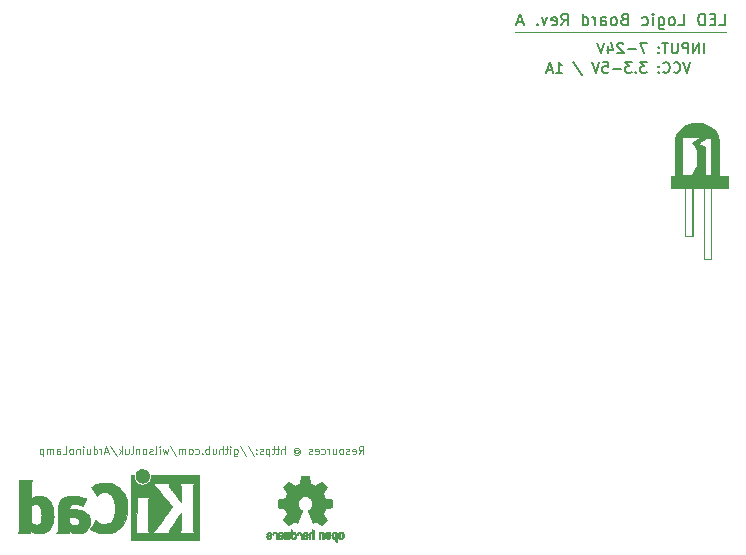
<source format=gbo>
G04 #@! TF.GenerationSoftware,KiCad,Pcbnew,(5.1.6)-1*
G04 #@! TF.CreationDate,2020-11-18T04:27:21-08:00*
G04 #@! TF.ProjectId,Logic Board RevA,4c6f6769-6320-4426-9f61-726420526576,rev?*
G04 #@! TF.SameCoordinates,Original*
G04 #@! TF.FileFunction,Legend,Bot*
G04 #@! TF.FilePolarity,Positive*
%FSLAX46Y46*%
G04 Gerber Fmt 4.6, Leading zero omitted, Abs format (unit mm)*
G04 Created by KiCad (PCBNEW (5.1.6)-1) date 2020-11-18 04:27:21*
%MOMM*%
%LPD*%
G01*
G04 APERTURE LIST*
%ADD10C,0.120000*%
%ADD11C,0.152400*%
%ADD12C,0.101600*%
%ADD13C,0.150000*%
%ADD14C,0.010000*%
G04 APERTURE END LIST*
D10*
X185547000Y-89027000D02*
X167640000Y-89027000D01*
D11*
X182499000Y-91588166D02*
X182202666Y-92477166D01*
X181906333Y-91588166D01*
X181102000Y-92392500D02*
X181144333Y-92434833D01*
X181271333Y-92477166D01*
X181356000Y-92477166D01*
X181483000Y-92434833D01*
X181567666Y-92350166D01*
X181610000Y-92265500D01*
X181652333Y-92096166D01*
X181652333Y-91969166D01*
X181610000Y-91799833D01*
X181567666Y-91715166D01*
X181483000Y-91630500D01*
X181356000Y-91588166D01*
X181271333Y-91588166D01*
X181144333Y-91630500D01*
X181102000Y-91672833D01*
X180213000Y-92392500D02*
X180255333Y-92434833D01*
X180382333Y-92477166D01*
X180467000Y-92477166D01*
X180594000Y-92434833D01*
X180678666Y-92350166D01*
X180721000Y-92265500D01*
X180763333Y-92096166D01*
X180763333Y-91969166D01*
X180721000Y-91799833D01*
X180678666Y-91715166D01*
X180594000Y-91630500D01*
X180467000Y-91588166D01*
X180382333Y-91588166D01*
X180255333Y-91630500D01*
X180213000Y-91672833D01*
X179832000Y-92392500D02*
X179789666Y-92434833D01*
X179832000Y-92477166D01*
X179874333Y-92434833D01*
X179832000Y-92392500D01*
X179832000Y-92477166D01*
X179832000Y-91926833D02*
X179789666Y-91969166D01*
X179832000Y-92011500D01*
X179874333Y-91969166D01*
X179832000Y-91926833D01*
X179832000Y-92011500D01*
X178816000Y-91588166D02*
X178265666Y-91588166D01*
X178562000Y-91926833D01*
X178435000Y-91926833D01*
X178350333Y-91969166D01*
X178308000Y-92011500D01*
X178265666Y-92096166D01*
X178265666Y-92307833D01*
X178308000Y-92392500D01*
X178350333Y-92434833D01*
X178435000Y-92477166D01*
X178689000Y-92477166D01*
X178773666Y-92434833D01*
X178816000Y-92392500D01*
X177884666Y-92392500D02*
X177842333Y-92434833D01*
X177884666Y-92477166D01*
X177927000Y-92434833D01*
X177884666Y-92392500D01*
X177884666Y-92477166D01*
X177546000Y-91588166D02*
X176995666Y-91588166D01*
X177292000Y-91926833D01*
X177165000Y-91926833D01*
X177080333Y-91969166D01*
X177038000Y-92011500D01*
X176995666Y-92096166D01*
X176995666Y-92307833D01*
X177038000Y-92392500D01*
X177080333Y-92434833D01*
X177165000Y-92477166D01*
X177419000Y-92477166D01*
X177503666Y-92434833D01*
X177546000Y-92392500D01*
X176614666Y-92138500D02*
X175937333Y-92138500D01*
X175090666Y-91588166D02*
X175514000Y-91588166D01*
X175556333Y-92011500D01*
X175514000Y-91969166D01*
X175429333Y-91926833D01*
X175217666Y-91926833D01*
X175133000Y-91969166D01*
X175090666Y-92011500D01*
X175048333Y-92096166D01*
X175048333Y-92307833D01*
X175090666Y-92392500D01*
X175133000Y-92434833D01*
X175217666Y-92477166D01*
X175429333Y-92477166D01*
X175514000Y-92434833D01*
X175556333Y-92392500D01*
X174794333Y-91588166D02*
X174498000Y-92477166D01*
X174201666Y-91588166D01*
X172593000Y-91545833D02*
X173355000Y-92688833D01*
X171153666Y-92477166D02*
X171661666Y-92477166D01*
X171407666Y-92477166D02*
X171407666Y-91588166D01*
X171492333Y-91715166D01*
X171577000Y-91799833D01*
X171661666Y-91842166D01*
X170815000Y-92223166D02*
X170391666Y-92223166D01*
X170899666Y-92477166D02*
X170603333Y-91588166D01*
X170307000Y-92477166D01*
D12*
X154401761Y-124747261D02*
X154613428Y-124444880D01*
X154764619Y-124747261D02*
X154764619Y-124112261D01*
X154522714Y-124112261D01*
X154462238Y-124142500D01*
X154432000Y-124172738D01*
X154401761Y-124233214D01*
X154401761Y-124323928D01*
X154432000Y-124384404D01*
X154462238Y-124414642D01*
X154522714Y-124444880D01*
X154764619Y-124444880D01*
X153887714Y-124717023D02*
X153948190Y-124747261D01*
X154069142Y-124747261D01*
X154129619Y-124717023D01*
X154159857Y-124656547D01*
X154159857Y-124414642D01*
X154129619Y-124354166D01*
X154069142Y-124323928D01*
X153948190Y-124323928D01*
X153887714Y-124354166D01*
X153857476Y-124414642D01*
X153857476Y-124475119D01*
X154159857Y-124535595D01*
X153615571Y-124717023D02*
X153555095Y-124747261D01*
X153434142Y-124747261D01*
X153373666Y-124717023D01*
X153343428Y-124656547D01*
X153343428Y-124626309D01*
X153373666Y-124565833D01*
X153434142Y-124535595D01*
X153524857Y-124535595D01*
X153585333Y-124505357D01*
X153615571Y-124444880D01*
X153615571Y-124414642D01*
X153585333Y-124354166D01*
X153524857Y-124323928D01*
X153434142Y-124323928D01*
X153373666Y-124354166D01*
X152980571Y-124747261D02*
X153041047Y-124717023D01*
X153071285Y-124686785D01*
X153101523Y-124626309D01*
X153101523Y-124444880D01*
X153071285Y-124384404D01*
X153041047Y-124354166D01*
X152980571Y-124323928D01*
X152889857Y-124323928D01*
X152829380Y-124354166D01*
X152799142Y-124384404D01*
X152768904Y-124444880D01*
X152768904Y-124626309D01*
X152799142Y-124686785D01*
X152829380Y-124717023D01*
X152889857Y-124747261D01*
X152980571Y-124747261D01*
X152224619Y-124323928D02*
X152224619Y-124747261D01*
X152496761Y-124323928D02*
X152496761Y-124656547D01*
X152466523Y-124717023D01*
X152406047Y-124747261D01*
X152315333Y-124747261D01*
X152254857Y-124717023D01*
X152224619Y-124686785D01*
X151922238Y-124747261D02*
X151922238Y-124323928D01*
X151922238Y-124444880D02*
X151892000Y-124384404D01*
X151861761Y-124354166D01*
X151801285Y-124323928D01*
X151740809Y-124323928D01*
X151257000Y-124717023D02*
X151317476Y-124747261D01*
X151438428Y-124747261D01*
X151498904Y-124717023D01*
X151529142Y-124686785D01*
X151559380Y-124626309D01*
X151559380Y-124444880D01*
X151529142Y-124384404D01*
X151498904Y-124354166D01*
X151438428Y-124323928D01*
X151317476Y-124323928D01*
X151257000Y-124354166D01*
X150742952Y-124717023D02*
X150803428Y-124747261D01*
X150924380Y-124747261D01*
X150984857Y-124717023D01*
X151015095Y-124656547D01*
X151015095Y-124414642D01*
X150984857Y-124354166D01*
X150924380Y-124323928D01*
X150803428Y-124323928D01*
X150742952Y-124354166D01*
X150712714Y-124414642D01*
X150712714Y-124475119D01*
X151015095Y-124535595D01*
X150470809Y-124717023D02*
X150410333Y-124747261D01*
X150289380Y-124747261D01*
X150228904Y-124717023D01*
X150198666Y-124656547D01*
X150198666Y-124626309D01*
X150228904Y-124565833D01*
X150289380Y-124535595D01*
X150380095Y-124535595D01*
X150440571Y-124505357D01*
X150470809Y-124444880D01*
X150470809Y-124414642D01*
X150440571Y-124354166D01*
X150380095Y-124323928D01*
X150289380Y-124323928D01*
X150228904Y-124354166D01*
X149049619Y-124444880D02*
X149079857Y-124414642D01*
X149140333Y-124384404D01*
X149200809Y-124384404D01*
X149261285Y-124414642D01*
X149291523Y-124444880D01*
X149321761Y-124505357D01*
X149321761Y-124565833D01*
X149291523Y-124626309D01*
X149261285Y-124656547D01*
X149200809Y-124686785D01*
X149140333Y-124686785D01*
X149079857Y-124656547D01*
X149049619Y-124626309D01*
X149049619Y-124384404D02*
X149049619Y-124626309D01*
X149019380Y-124656547D01*
X148989142Y-124656547D01*
X148928666Y-124626309D01*
X148898428Y-124565833D01*
X148898428Y-124414642D01*
X148958904Y-124323928D01*
X149049619Y-124263452D01*
X149170571Y-124233214D01*
X149291523Y-124263452D01*
X149382238Y-124323928D01*
X149442714Y-124414642D01*
X149472952Y-124535595D01*
X149442714Y-124656547D01*
X149382238Y-124747261D01*
X149291523Y-124807738D01*
X149170571Y-124837976D01*
X149049619Y-124807738D01*
X148958904Y-124747261D01*
X148142476Y-124747261D02*
X148142476Y-124112261D01*
X147870333Y-124747261D02*
X147870333Y-124414642D01*
X147900571Y-124354166D01*
X147961047Y-124323928D01*
X148051761Y-124323928D01*
X148112238Y-124354166D01*
X148142476Y-124384404D01*
X147658666Y-124323928D02*
X147416761Y-124323928D01*
X147567952Y-124112261D02*
X147567952Y-124656547D01*
X147537714Y-124717023D01*
X147477238Y-124747261D01*
X147416761Y-124747261D01*
X147295809Y-124323928D02*
X147053904Y-124323928D01*
X147205095Y-124112261D02*
X147205095Y-124656547D01*
X147174857Y-124717023D01*
X147114380Y-124747261D01*
X147053904Y-124747261D01*
X146842238Y-124323928D02*
X146842238Y-124958928D01*
X146842238Y-124354166D02*
X146781761Y-124323928D01*
X146660809Y-124323928D01*
X146600333Y-124354166D01*
X146570095Y-124384404D01*
X146539857Y-124444880D01*
X146539857Y-124626309D01*
X146570095Y-124686785D01*
X146600333Y-124717023D01*
X146660809Y-124747261D01*
X146781761Y-124747261D01*
X146842238Y-124717023D01*
X146297952Y-124717023D02*
X146237476Y-124747261D01*
X146116523Y-124747261D01*
X146056047Y-124717023D01*
X146025809Y-124656547D01*
X146025809Y-124626309D01*
X146056047Y-124565833D01*
X146116523Y-124535595D01*
X146207238Y-124535595D01*
X146267714Y-124505357D01*
X146297952Y-124444880D01*
X146297952Y-124414642D01*
X146267714Y-124354166D01*
X146207238Y-124323928D01*
X146116523Y-124323928D01*
X146056047Y-124354166D01*
X145753666Y-124686785D02*
X145723428Y-124717023D01*
X145753666Y-124747261D01*
X145783904Y-124717023D01*
X145753666Y-124686785D01*
X145753666Y-124747261D01*
X145753666Y-124354166D02*
X145723428Y-124384404D01*
X145753666Y-124414642D01*
X145783904Y-124384404D01*
X145753666Y-124354166D01*
X145753666Y-124414642D01*
X144997714Y-124082023D02*
X145542000Y-124898452D01*
X144332476Y-124082023D02*
X144876761Y-124898452D01*
X143848666Y-124323928D02*
X143848666Y-124837976D01*
X143878904Y-124898452D01*
X143909142Y-124928690D01*
X143969619Y-124958928D01*
X144060333Y-124958928D01*
X144120809Y-124928690D01*
X143848666Y-124717023D02*
X143909142Y-124747261D01*
X144030095Y-124747261D01*
X144090571Y-124717023D01*
X144120809Y-124686785D01*
X144151047Y-124626309D01*
X144151047Y-124444880D01*
X144120809Y-124384404D01*
X144090571Y-124354166D01*
X144030095Y-124323928D01*
X143909142Y-124323928D01*
X143848666Y-124354166D01*
X143546285Y-124747261D02*
X143546285Y-124323928D01*
X143546285Y-124112261D02*
X143576523Y-124142500D01*
X143546285Y-124172738D01*
X143516047Y-124142500D01*
X143546285Y-124112261D01*
X143546285Y-124172738D01*
X143334619Y-124323928D02*
X143092714Y-124323928D01*
X143243904Y-124112261D02*
X143243904Y-124656547D01*
X143213666Y-124717023D01*
X143153190Y-124747261D01*
X143092714Y-124747261D01*
X142881047Y-124747261D02*
X142881047Y-124112261D01*
X142608904Y-124747261D02*
X142608904Y-124414642D01*
X142639142Y-124354166D01*
X142699619Y-124323928D01*
X142790333Y-124323928D01*
X142850809Y-124354166D01*
X142881047Y-124384404D01*
X142034380Y-124323928D02*
X142034380Y-124747261D01*
X142306523Y-124323928D02*
X142306523Y-124656547D01*
X142276285Y-124717023D01*
X142215809Y-124747261D01*
X142125095Y-124747261D01*
X142064619Y-124717023D01*
X142034380Y-124686785D01*
X141732000Y-124747261D02*
X141732000Y-124112261D01*
X141732000Y-124354166D02*
X141671523Y-124323928D01*
X141550571Y-124323928D01*
X141490095Y-124354166D01*
X141459857Y-124384404D01*
X141429619Y-124444880D01*
X141429619Y-124626309D01*
X141459857Y-124686785D01*
X141490095Y-124717023D01*
X141550571Y-124747261D01*
X141671523Y-124747261D01*
X141732000Y-124717023D01*
X141157476Y-124686785D02*
X141127238Y-124717023D01*
X141157476Y-124747261D01*
X141187714Y-124717023D01*
X141157476Y-124686785D01*
X141157476Y-124747261D01*
X140582952Y-124717023D02*
X140643428Y-124747261D01*
X140764380Y-124747261D01*
X140824857Y-124717023D01*
X140855095Y-124686785D01*
X140885333Y-124626309D01*
X140885333Y-124444880D01*
X140855095Y-124384404D01*
X140824857Y-124354166D01*
X140764380Y-124323928D01*
X140643428Y-124323928D01*
X140582952Y-124354166D01*
X140220095Y-124747261D02*
X140280571Y-124717023D01*
X140310809Y-124686785D01*
X140341047Y-124626309D01*
X140341047Y-124444880D01*
X140310809Y-124384404D01*
X140280571Y-124354166D01*
X140220095Y-124323928D01*
X140129380Y-124323928D01*
X140068904Y-124354166D01*
X140038666Y-124384404D01*
X140008428Y-124444880D01*
X140008428Y-124626309D01*
X140038666Y-124686785D01*
X140068904Y-124717023D01*
X140129380Y-124747261D01*
X140220095Y-124747261D01*
X139736285Y-124747261D02*
X139736285Y-124323928D01*
X139736285Y-124384404D02*
X139706047Y-124354166D01*
X139645571Y-124323928D01*
X139554857Y-124323928D01*
X139494380Y-124354166D01*
X139464142Y-124414642D01*
X139464142Y-124747261D01*
X139464142Y-124414642D02*
X139433904Y-124354166D01*
X139373428Y-124323928D01*
X139282714Y-124323928D01*
X139222238Y-124354166D01*
X139192000Y-124414642D01*
X139192000Y-124747261D01*
X138436047Y-124082023D02*
X138980333Y-124898452D01*
X138284857Y-124323928D02*
X138163904Y-124747261D01*
X138042952Y-124444880D01*
X137922000Y-124747261D01*
X137801047Y-124323928D01*
X137559142Y-124747261D02*
X137559142Y-124323928D01*
X137559142Y-124112261D02*
X137589380Y-124142500D01*
X137559142Y-124172738D01*
X137528904Y-124142500D01*
X137559142Y-124112261D01*
X137559142Y-124172738D01*
X137166047Y-124747261D02*
X137226523Y-124717023D01*
X137256761Y-124656547D01*
X137256761Y-124112261D01*
X136954380Y-124717023D02*
X136893904Y-124747261D01*
X136772952Y-124747261D01*
X136712476Y-124717023D01*
X136682238Y-124656547D01*
X136682238Y-124626309D01*
X136712476Y-124565833D01*
X136772952Y-124535595D01*
X136863666Y-124535595D01*
X136924142Y-124505357D01*
X136954380Y-124444880D01*
X136954380Y-124414642D01*
X136924142Y-124354166D01*
X136863666Y-124323928D01*
X136772952Y-124323928D01*
X136712476Y-124354166D01*
X136319380Y-124747261D02*
X136379857Y-124717023D01*
X136410095Y-124686785D01*
X136440333Y-124626309D01*
X136440333Y-124444880D01*
X136410095Y-124384404D01*
X136379857Y-124354166D01*
X136319380Y-124323928D01*
X136228666Y-124323928D01*
X136168190Y-124354166D01*
X136137952Y-124384404D01*
X136107714Y-124444880D01*
X136107714Y-124626309D01*
X136137952Y-124686785D01*
X136168190Y-124717023D01*
X136228666Y-124747261D01*
X136319380Y-124747261D01*
X135835571Y-124323928D02*
X135835571Y-124747261D01*
X135835571Y-124384404D02*
X135805333Y-124354166D01*
X135744857Y-124323928D01*
X135654142Y-124323928D01*
X135593666Y-124354166D01*
X135563428Y-124414642D01*
X135563428Y-124747261D01*
X135170333Y-124747261D02*
X135230809Y-124717023D01*
X135261047Y-124656547D01*
X135261047Y-124112261D01*
X134656285Y-124323928D02*
X134656285Y-124747261D01*
X134928428Y-124323928D02*
X134928428Y-124656547D01*
X134898190Y-124717023D01*
X134837714Y-124747261D01*
X134747000Y-124747261D01*
X134686523Y-124717023D01*
X134656285Y-124686785D01*
X134353904Y-124747261D02*
X134353904Y-124112261D01*
X134293428Y-124505357D02*
X134112000Y-124747261D01*
X134112000Y-124323928D02*
X134353904Y-124565833D01*
X133386285Y-124082023D02*
X133930571Y-124898452D01*
X133204857Y-124565833D02*
X132902476Y-124565833D01*
X133265333Y-124747261D02*
X133053666Y-124112261D01*
X132842000Y-124747261D01*
X132630333Y-124747261D02*
X132630333Y-124323928D01*
X132630333Y-124444880D02*
X132600095Y-124384404D01*
X132569857Y-124354166D01*
X132509380Y-124323928D01*
X132448904Y-124323928D01*
X131965095Y-124747261D02*
X131965095Y-124112261D01*
X131965095Y-124717023D02*
X132025571Y-124747261D01*
X132146523Y-124747261D01*
X132207000Y-124717023D01*
X132237238Y-124686785D01*
X132267476Y-124626309D01*
X132267476Y-124444880D01*
X132237238Y-124384404D01*
X132207000Y-124354166D01*
X132146523Y-124323928D01*
X132025571Y-124323928D01*
X131965095Y-124354166D01*
X131390571Y-124323928D02*
X131390571Y-124747261D01*
X131662714Y-124323928D02*
X131662714Y-124656547D01*
X131632476Y-124717023D01*
X131572000Y-124747261D01*
X131481285Y-124747261D01*
X131420809Y-124717023D01*
X131390571Y-124686785D01*
X131088190Y-124747261D02*
X131088190Y-124323928D01*
X131088190Y-124112261D02*
X131118428Y-124142500D01*
X131088190Y-124172738D01*
X131057952Y-124142500D01*
X131088190Y-124112261D01*
X131088190Y-124172738D01*
X130785809Y-124323928D02*
X130785809Y-124747261D01*
X130785809Y-124384404D02*
X130755571Y-124354166D01*
X130695095Y-124323928D01*
X130604380Y-124323928D01*
X130543904Y-124354166D01*
X130513666Y-124414642D01*
X130513666Y-124747261D01*
X130120571Y-124747261D02*
X130181047Y-124717023D01*
X130211285Y-124686785D01*
X130241523Y-124626309D01*
X130241523Y-124444880D01*
X130211285Y-124384404D01*
X130181047Y-124354166D01*
X130120571Y-124323928D01*
X130029857Y-124323928D01*
X129969380Y-124354166D01*
X129939142Y-124384404D01*
X129908904Y-124444880D01*
X129908904Y-124626309D01*
X129939142Y-124686785D01*
X129969380Y-124717023D01*
X130029857Y-124747261D01*
X130120571Y-124747261D01*
X129334380Y-124747261D02*
X129636761Y-124747261D01*
X129636761Y-124112261D01*
X128850571Y-124747261D02*
X128850571Y-124414642D01*
X128880809Y-124354166D01*
X128941285Y-124323928D01*
X129062238Y-124323928D01*
X129122714Y-124354166D01*
X128850571Y-124717023D02*
X128911047Y-124747261D01*
X129062238Y-124747261D01*
X129122714Y-124717023D01*
X129152952Y-124656547D01*
X129152952Y-124596071D01*
X129122714Y-124535595D01*
X129062238Y-124505357D01*
X128911047Y-124505357D01*
X128850571Y-124475119D01*
X128548190Y-124747261D02*
X128548190Y-124323928D01*
X128548190Y-124384404D02*
X128517952Y-124354166D01*
X128457476Y-124323928D01*
X128366761Y-124323928D01*
X128306285Y-124354166D01*
X128276047Y-124414642D01*
X128276047Y-124747261D01*
X128276047Y-124414642D02*
X128245809Y-124354166D01*
X128185333Y-124323928D01*
X128094619Y-124323928D01*
X128034142Y-124354166D01*
X128003904Y-124414642D01*
X128003904Y-124747261D01*
X127701523Y-124323928D02*
X127701523Y-124958928D01*
X127701523Y-124354166D02*
X127641047Y-124323928D01*
X127520095Y-124323928D01*
X127459619Y-124354166D01*
X127429380Y-124384404D01*
X127399142Y-124444880D01*
X127399142Y-124626309D01*
X127429380Y-124686785D01*
X127459619Y-124717023D01*
X127520095Y-124747261D01*
X127641047Y-124747261D01*
X127701523Y-124717023D01*
D13*
X184942714Y-88463380D02*
X185418904Y-88463380D01*
X185418904Y-87463380D01*
X184609380Y-87939571D02*
X184276047Y-87939571D01*
X184133190Y-88463380D02*
X184609380Y-88463380D01*
X184609380Y-87463380D01*
X184133190Y-87463380D01*
X183704619Y-88463380D02*
X183704619Y-87463380D01*
X183466523Y-87463380D01*
X183323666Y-87511000D01*
X183228428Y-87606238D01*
X183180809Y-87701476D01*
X183133190Y-87891952D01*
X183133190Y-88034809D01*
X183180809Y-88225285D01*
X183228428Y-88320523D01*
X183323666Y-88415761D01*
X183466523Y-88463380D01*
X183704619Y-88463380D01*
X181466523Y-88463380D02*
X181942714Y-88463380D01*
X181942714Y-87463380D01*
X180990333Y-88463380D02*
X181085571Y-88415761D01*
X181133190Y-88368142D01*
X181180809Y-88272904D01*
X181180809Y-87987190D01*
X181133190Y-87891952D01*
X181085571Y-87844333D01*
X180990333Y-87796714D01*
X180847476Y-87796714D01*
X180752238Y-87844333D01*
X180704619Y-87891952D01*
X180657000Y-87987190D01*
X180657000Y-88272904D01*
X180704619Y-88368142D01*
X180752238Y-88415761D01*
X180847476Y-88463380D01*
X180990333Y-88463380D01*
X179799857Y-87796714D02*
X179799857Y-88606238D01*
X179847476Y-88701476D01*
X179895095Y-88749095D01*
X179990333Y-88796714D01*
X180133190Y-88796714D01*
X180228428Y-88749095D01*
X179799857Y-88415761D02*
X179895095Y-88463380D01*
X180085571Y-88463380D01*
X180180809Y-88415761D01*
X180228428Y-88368142D01*
X180276047Y-88272904D01*
X180276047Y-87987190D01*
X180228428Y-87891952D01*
X180180809Y-87844333D01*
X180085571Y-87796714D01*
X179895095Y-87796714D01*
X179799857Y-87844333D01*
X179323666Y-88463380D02*
X179323666Y-87796714D01*
X179323666Y-87463380D02*
X179371285Y-87511000D01*
X179323666Y-87558619D01*
X179276047Y-87511000D01*
X179323666Y-87463380D01*
X179323666Y-87558619D01*
X178418904Y-88415761D02*
X178514142Y-88463380D01*
X178704619Y-88463380D01*
X178799857Y-88415761D01*
X178847476Y-88368142D01*
X178895095Y-88272904D01*
X178895095Y-87987190D01*
X178847476Y-87891952D01*
X178799857Y-87844333D01*
X178704619Y-87796714D01*
X178514142Y-87796714D01*
X178418904Y-87844333D01*
X176895095Y-87939571D02*
X176752238Y-87987190D01*
X176704619Y-88034809D01*
X176657000Y-88130047D01*
X176657000Y-88272904D01*
X176704619Y-88368142D01*
X176752238Y-88415761D01*
X176847476Y-88463380D01*
X177228428Y-88463380D01*
X177228428Y-87463380D01*
X176895095Y-87463380D01*
X176799857Y-87511000D01*
X176752238Y-87558619D01*
X176704619Y-87653857D01*
X176704619Y-87749095D01*
X176752238Y-87844333D01*
X176799857Y-87891952D01*
X176895095Y-87939571D01*
X177228428Y-87939571D01*
X176085571Y-88463380D02*
X176180809Y-88415761D01*
X176228428Y-88368142D01*
X176276047Y-88272904D01*
X176276047Y-87987190D01*
X176228428Y-87891952D01*
X176180809Y-87844333D01*
X176085571Y-87796714D01*
X175942714Y-87796714D01*
X175847476Y-87844333D01*
X175799857Y-87891952D01*
X175752238Y-87987190D01*
X175752238Y-88272904D01*
X175799857Y-88368142D01*
X175847476Y-88415761D01*
X175942714Y-88463380D01*
X176085571Y-88463380D01*
X174895095Y-88463380D02*
X174895095Y-87939571D01*
X174942714Y-87844333D01*
X175037952Y-87796714D01*
X175228428Y-87796714D01*
X175323666Y-87844333D01*
X174895095Y-88415761D02*
X174990333Y-88463380D01*
X175228428Y-88463380D01*
X175323666Y-88415761D01*
X175371285Y-88320523D01*
X175371285Y-88225285D01*
X175323666Y-88130047D01*
X175228428Y-88082428D01*
X174990333Y-88082428D01*
X174895095Y-88034809D01*
X174418904Y-88463380D02*
X174418904Y-87796714D01*
X174418904Y-87987190D02*
X174371285Y-87891952D01*
X174323666Y-87844333D01*
X174228428Y-87796714D01*
X174133190Y-87796714D01*
X173371285Y-88463380D02*
X173371285Y-87463380D01*
X173371285Y-88415761D02*
X173466523Y-88463380D01*
X173657000Y-88463380D01*
X173752238Y-88415761D01*
X173799857Y-88368142D01*
X173847476Y-88272904D01*
X173847476Y-87987190D01*
X173799857Y-87891952D01*
X173752238Y-87844333D01*
X173657000Y-87796714D01*
X173466523Y-87796714D01*
X173371285Y-87844333D01*
X171561761Y-88463380D02*
X171895095Y-87987190D01*
X172133190Y-88463380D02*
X172133190Y-87463380D01*
X171752238Y-87463380D01*
X171657000Y-87511000D01*
X171609380Y-87558619D01*
X171561761Y-87653857D01*
X171561761Y-87796714D01*
X171609380Y-87891952D01*
X171657000Y-87939571D01*
X171752238Y-87987190D01*
X172133190Y-87987190D01*
X170752238Y-88415761D02*
X170847476Y-88463380D01*
X171037952Y-88463380D01*
X171133190Y-88415761D01*
X171180809Y-88320523D01*
X171180809Y-87939571D01*
X171133190Y-87844333D01*
X171037952Y-87796714D01*
X170847476Y-87796714D01*
X170752238Y-87844333D01*
X170704619Y-87939571D01*
X170704619Y-88034809D01*
X171180809Y-88130047D01*
X170371285Y-87796714D02*
X170133190Y-88463380D01*
X169895095Y-87796714D01*
X169514142Y-88368142D02*
X169466523Y-88415761D01*
X169514142Y-88463380D01*
X169561761Y-88415761D01*
X169514142Y-88368142D01*
X169514142Y-88463380D01*
X168323666Y-88177666D02*
X167847476Y-88177666D01*
X168418904Y-88463380D02*
X168085571Y-87463380D01*
X167752238Y-88463380D01*
D11*
X183663166Y-90826166D02*
X183663166Y-89937166D01*
X183239833Y-90826166D02*
X183239833Y-89937166D01*
X182731833Y-90826166D01*
X182731833Y-89937166D01*
X182308500Y-90826166D02*
X182308500Y-89937166D01*
X181969833Y-89937166D01*
X181885166Y-89979500D01*
X181842833Y-90021833D01*
X181800500Y-90106500D01*
X181800500Y-90233500D01*
X181842833Y-90318166D01*
X181885166Y-90360500D01*
X181969833Y-90402833D01*
X182308500Y-90402833D01*
X181419500Y-89937166D02*
X181419500Y-90656833D01*
X181377166Y-90741500D01*
X181334833Y-90783833D01*
X181250166Y-90826166D01*
X181080833Y-90826166D01*
X180996166Y-90783833D01*
X180953833Y-90741500D01*
X180911500Y-90656833D01*
X180911500Y-89937166D01*
X180615166Y-89937166D02*
X180107166Y-89937166D01*
X180361166Y-90826166D02*
X180361166Y-89937166D01*
X179810833Y-90741500D02*
X179768500Y-90783833D01*
X179810833Y-90826166D01*
X179853166Y-90783833D01*
X179810833Y-90741500D01*
X179810833Y-90826166D01*
X179810833Y-90275833D02*
X179768500Y-90318166D01*
X179810833Y-90360500D01*
X179853166Y-90318166D01*
X179810833Y-90275833D01*
X179810833Y-90360500D01*
X178794833Y-89937166D02*
X178202166Y-89937166D01*
X178583166Y-90826166D01*
X177863500Y-90487500D02*
X177186166Y-90487500D01*
X176805166Y-90021833D02*
X176762833Y-89979500D01*
X176678166Y-89937166D01*
X176466500Y-89937166D01*
X176381833Y-89979500D01*
X176339500Y-90021833D01*
X176297166Y-90106500D01*
X176297166Y-90191166D01*
X176339500Y-90318166D01*
X176847500Y-90826166D01*
X176297166Y-90826166D01*
X175535166Y-90233500D02*
X175535166Y-90826166D01*
X175746833Y-89894833D02*
X175958500Y-90529833D01*
X175408166Y-90529833D01*
X175196500Y-89937166D02*
X174900166Y-90826166D01*
X174603833Y-89937166D01*
D10*
X182041800Y-106311700D02*
X182041800Y-102146100D01*
X182651400Y-106311700D02*
X182041800Y-106311700D01*
X182651400Y-102184200D02*
X182651400Y-106311700D01*
X183642000Y-108267500D02*
X183642000Y-102222300D01*
X184251600Y-108267500D02*
X183642000Y-108267500D01*
X184251600Y-102235000D02*
X184251600Y-108267500D01*
D14*
G36*
X182685881Y-96745880D02*
G01*
X182388838Y-96813306D01*
X182116765Y-96924554D01*
X181871128Y-97078699D01*
X181653394Y-97274817D01*
X181465028Y-97511986D01*
X181307498Y-97789280D01*
X181304453Y-97795691D01*
X181229041Y-97955100D01*
X181229021Y-99574350D01*
X181229000Y-101193600D01*
X180822600Y-101193600D01*
X180822600Y-102209600D01*
X182016400Y-102209600D01*
X182016400Y-106324400D01*
X182676800Y-106324400D01*
X182676800Y-102235000D01*
X182626000Y-102235000D01*
X182626000Y-106299000D01*
X182067200Y-106299000D01*
X182067200Y-102235000D01*
X182626000Y-102235000D01*
X182676800Y-102235000D01*
X182676800Y-102209600D01*
X183616600Y-102209600D01*
X183616600Y-108280200D01*
X184251394Y-108280200D01*
X184264272Y-102235000D01*
X184226200Y-102235000D01*
X184226200Y-108254800D01*
X183667400Y-108254800D01*
X183667400Y-102235000D01*
X184226200Y-102235000D01*
X184264272Y-102235000D01*
X184264300Y-102222300D01*
X184981851Y-102215554D01*
X185699400Y-102208808D01*
X185699400Y-101193600D01*
X184886600Y-101193600D01*
X184886601Y-99558401D01*
X184886680Y-99223859D01*
X184886685Y-98936050D01*
X184886267Y-98690908D01*
X184885078Y-98484369D01*
X184882767Y-98312367D01*
X184878987Y-98170835D01*
X184873388Y-98055707D01*
X184868156Y-97993200D01*
X184226200Y-97993200D01*
X184226200Y-101168200D01*
X183692800Y-101168200D01*
X183692800Y-98734241D01*
X183521350Y-98669516D01*
X183424858Y-98633173D01*
X183338074Y-98600631D01*
X183280912Y-98579352D01*
X183211924Y-98553912D01*
X183253830Y-98440845D01*
X183274055Y-98392666D01*
X183299615Y-98353012D01*
X183338723Y-98314930D01*
X183399591Y-98271468D01*
X183490431Y-98215676D01*
X183585020Y-98160488D01*
X183704301Y-98092184D01*
X183791323Y-98045560D01*
X183857580Y-98016483D01*
X183914565Y-98000819D01*
X183973772Y-97994436D01*
X184046696Y-97993200D01*
X184050253Y-97993199D01*
X184226200Y-97993200D01*
X184868156Y-97993200D01*
X184865621Y-97962920D01*
X184862829Y-97942685D01*
X183400700Y-97942685D01*
X182655076Y-98389131D01*
X182843033Y-98692815D01*
X183030991Y-98996500D01*
X183031696Y-99690927D01*
X183032400Y-100385355D01*
X182827200Y-100776777D01*
X182621999Y-101168200D01*
X181762400Y-101168200D01*
X181762400Y-97942400D01*
X182581550Y-97942542D01*
X183400700Y-97942685D01*
X184862829Y-97942685D01*
X184855338Y-97888405D01*
X184842190Y-97828099D01*
X184825827Y-97777935D01*
X184805900Y-97733847D01*
X184782061Y-97691769D01*
X184753961Y-97647637D01*
X184721251Y-97597384D01*
X184717844Y-97592070D01*
X184537880Y-97356898D01*
X184322328Y-97155604D01*
X184075171Y-96990209D01*
X183800393Y-96862735D01*
X183501975Y-96775206D01*
X183183902Y-96729642D01*
X183006429Y-96723200D01*
X182685881Y-96745880D01*
G37*
X182685881Y-96745880D02*
X182388838Y-96813306D01*
X182116765Y-96924554D01*
X181871128Y-97078699D01*
X181653394Y-97274817D01*
X181465028Y-97511986D01*
X181307498Y-97789280D01*
X181304453Y-97795691D01*
X181229041Y-97955100D01*
X181229021Y-99574350D01*
X181229000Y-101193600D01*
X180822600Y-101193600D01*
X180822600Y-102209600D01*
X182016400Y-102209600D01*
X182016400Y-106324400D01*
X182676800Y-106324400D01*
X182676800Y-102235000D01*
X182626000Y-102235000D01*
X182626000Y-106299000D01*
X182067200Y-106299000D01*
X182067200Y-102235000D01*
X182626000Y-102235000D01*
X182676800Y-102235000D01*
X182676800Y-102209600D01*
X183616600Y-102209600D01*
X183616600Y-108280200D01*
X184251394Y-108280200D01*
X184264272Y-102235000D01*
X184226200Y-102235000D01*
X184226200Y-108254800D01*
X183667400Y-108254800D01*
X183667400Y-102235000D01*
X184226200Y-102235000D01*
X184264272Y-102235000D01*
X184264300Y-102222300D01*
X184981851Y-102215554D01*
X185699400Y-102208808D01*
X185699400Y-101193600D01*
X184886600Y-101193600D01*
X184886601Y-99558401D01*
X184886680Y-99223859D01*
X184886685Y-98936050D01*
X184886267Y-98690908D01*
X184885078Y-98484369D01*
X184882767Y-98312367D01*
X184878987Y-98170835D01*
X184873388Y-98055707D01*
X184868156Y-97993200D01*
X184226200Y-97993200D01*
X184226200Y-101168200D01*
X183692800Y-101168200D01*
X183692800Y-98734241D01*
X183521350Y-98669516D01*
X183424858Y-98633173D01*
X183338074Y-98600631D01*
X183280912Y-98579352D01*
X183211924Y-98553912D01*
X183253830Y-98440845D01*
X183274055Y-98392666D01*
X183299615Y-98353012D01*
X183338723Y-98314930D01*
X183399591Y-98271468D01*
X183490431Y-98215676D01*
X183585020Y-98160488D01*
X183704301Y-98092184D01*
X183791323Y-98045560D01*
X183857580Y-98016483D01*
X183914565Y-98000819D01*
X183973772Y-97994436D01*
X184046696Y-97993200D01*
X184050253Y-97993199D01*
X184226200Y-97993200D01*
X184868156Y-97993200D01*
X184865621Y-97962920D01*
X184862829Y-97942685D01*
X183400700Y-97942685D01*
X182655076Y-98389131D01*
X182843033Y-98692815D01*
X183030991Y-98996500D01*
X183031696Y-99690927D01*
X183032400Y-100385355D01*
X182827200Y-100776777D01*
X182621999Y-101168200D01*
X181762400Y-101168200D01*
X181762400Y-97942400D01*
X182581550Y-97942542D01*
X183400700Y-97942685D01*
X184862829Y-97942685D01*
X184855338Y-97888405D01*
X184842190Y-97828099D01*
X184825827Y-97777935D01*
X184805900Y-97733847D01*
X184782061Y-97691769D01*
X184753961Y-97647637D01*
X184721251Y-97597384D01*
X184717844Y-97592070D01*
X184537880Y-97356898D01*
X184322328Y-97155604D01*
X184075171Y-96990209D01*
X183800393Y-96862735D01*
X183501975Y-96775206D01*
X183183902Y-96729642D01*
X183006429Y-96723200D01*
X182685881Y-96745880D01*
G36*
X149756090Y-126655348D02*
G01*
X149677546Y-126655778D01*
X149620702Y-126656942D01*
X149581895Y-126659207D01*
X149557462Y-126662940D01*
X149543738Y-126668506D01*
X149537060Y-126676273D01*
X149533764Y-126686605D01*
X149533444Y-126687943D01*
X149528438Y-126712079D01*
X149519171Y-126759701D01*
X149506608Y-126825741D01*
X149491713Y-126905128D01*
X149475449Y-126992796D01*
X149474881Y-126995875D01*
X149458590Y-127081789D01*
X149443348Y-127157696D01*
X149430139Y-127219045D01*
X149419946Y-127261282D01*
X149413752Y-127279855D01*
X149413457Y-127280184D01*
X149395212Y-127289253D01*
X149357595Y-127304367D01*
X149308729Y-127322262D01*
X149308457Y-127322358D01*
X149246907Y-127345493D01*
X149174343Y-127374965D01*
X149105943Y-127404597D01*
X149102706Y-127406062D01*
X148991298Y-127456626D01*
X148744601Y-127288160D01*
X148668923Y-127236803D01*
X148600369Y-127190889D01*
X148542912Y-127153030D01*
X148500524Y-127125837D01*
X148477175Y-127111921D01*
X148474958Y-127110889D01*
X148457990Y-127115484D01*
X148426299Y-127137655D01*
X148378648Y-127178447D01*
X148313802Y-127238905D01*
X148247603Y-127303227D01*
X148183786Y-127366612D01*
X148126671Y-127424451D01*
X148079695Y-127473175D01*
X148046297Y-127509210D01*
X148029915Y-127528984D01*
X148029306Y-127530002D01*
X148027495Y-127543572D01*
X148034317Y-127565733D01*
X148051460Y-127599478D01*
X148080607Y-127647800D01*
X148123445Y-127713692D01*
X148180552Y-127798517D01*
X148231234Y-127873177D01*
X148276539Y-127940140D01*
X148313850Y-127995516D01*
X148340548Y-128035420D01*
X148354015Y-128055962D01*
X148354863Y-128057356D01*
X148353219Y-128077038D01*
X148340755Y-128115293D01*
X148319952Y-128164889D01*
X148312538Y-128180728D01*
X148280186Y-128251290D01*
X148245672Y-128331353D01*
X148217635Y-128400629D01*
X148197432Y-128452045D01*
X148181385Y-128491119D01*
X148172112Y-128511541D01*
X148170959Y-128513114D01*
X148153904Y-128515721D01*
X148113702Y-128522863D01*
X148055698Y-128533523D01*
X147985237Y-128546685D01*
X147907665Y-128561333D01*
X147828328Y-128576449D01*
X147752569Y-128591018D01*
X147685736Y-128604022D01*
X147633172Y-128614445D01*
X147600224Y-128621270D01*
X147592143Y-128623199D01*
X147583795Y-128627962D01*
X147577494Y-128638718D01*
X147572955Y-128659098D01*
X147569896Y-128692734D01*
X147568033Y-128743255D01*
X147567082Y-128814292D01*
X147566760Y-128909476D01*
X147566743Y-128948492D01*
X147566743Y-129265799D01*
X147642943Y-129280839D01*
X147685337Y-129288995D01*
X147748600Y-129300899D01*
X147825038Y-129315116D01*
X147906957Y-129330210D01*
X147929600Y-129334355D01*
X148005194Y-129349053D01*
X148071047Y-129363505D01*
X148121634Y-129376375D01*
X148151426Y-129386322D01*
X148156388Y-129389287D01*
X148168574Y-129410283D01*
X148186047Y-129450967D01*
X148205423Y-129503322D01*
X148209266Y-129514600D01*
X148234661Y-129584523D01*
X148266183Y-129663418D01*
X148297031Y-129734266D01*
X148297183Y-129734595D01*
X148348553Y-129845733D01*
X148179601Y-130094253D01*
X148010648Y-130342772D01*
X148227571Y-130560058D01*
X148293181Y-130624726D01*
X148353021Y-130681733D01*
X148403733Y-130728033D01*
X148441954Y-130760584D01*
X148464325Y-130776343D01*
X148467534Y-130777343D01*
X148486374Y-130769469D01*
X148524820Y-130747578D01*
X148578670Y-130714267D01*
X148643724Y-130672131D01*
X148714060Y-130624943D01*
X148785445Y-130576810D01*
X148849092Y-130534928D01*
X148900959Y-130501871D01*
X148937005Y-130480218D01*
X148953133Y-130472543D01*
X148972811Y-130479037D01*
X149010125Y-130496150D01*
X149057379Y-130520326D01*
X149062388Y-130523013D01*
X149126023Y-130554927D01*
X149169659Y-130570579D01*
X149196798Y-130570745D01*
X149210943Y-130556204D01*
X149211025Y-130556000D01*
X149218095Y-130538779D01*
X149234958Y-130497899D01*
X149260305Y-130436525D01*
X149292829Y-130357819D01*
X149331222Y-130264947D01*
X149374178Y-130161072D01*
X149415778Y-130060502D01*
X149461496Y-129949516D01*
X149503474Y-129846703D01*
X149540452Y-129755215D01*
X149571173Y-129678201D01*
X149594378Y-129618815D01*
X149608810Y-129580209D01*
X149613257Y-129565800D01*
X149602104Y-129549272D01*
X149572931Y-129522930D01*
X149534029Y-129493887D01*
X149423243Y-129402039D01*
X149336649Y-129296759D01*
X149275284Y-129180266D01*
X149240185Y-129054776D01*
X149232392Y-128922507D01*
X149238057Y-128861457D01*
X149268922Y-128734795D01*
X149322080Y-128622941D01*
X149394233Y-128527001D01*
X149482083Y-128448076D01*
X149582335Y-128387270D01*
X149691690Y-128345687D01*
X149806853Y-128324428D01*
X149924525Y-128324599D01*
X150041410Y-128347301D01*
X150154211Y-128393638D01*
X150259631Y-128464713D01*
X150303632Y-128504911D01*
X150388021Y-128608129D01*
X150446778Y-128720925D01*
X150480296Y-128840010D01*
X150488965Y-128962095D01*
X150473177Y-129083893D01*
X150433322Y-129202116D01*
X150369793Y-129313475D01*
X150282979Y-129414684D01*
X150185971Y-129493887D01*
X150145563Y-129524162D01*
X150117018Y-129550219D01*
X150106743Y-129565825D01*
X150112123Y-129582843D01*
X150127425Y-129623500D01*
X150151388Y-129684642D01*
X150182756Y-129763119D01*
X150220268Y-129855780D01*
X150262667Y-129959472D01*
X150304337Y-130060526D01*
X150350310Y-130171607D01*
X150392893Y-130274541D01*
X150430779Y-130366165D01*
X150462660Y-130443316D01*
X150487229Y-130502831D01*
X150503180Y-130541544D01*
X150509090Y-130556000D01*
X150523052Y-130570685D01*
X150550060Y-130570642D01*
X150593587Y-130555099D01*
X150657110Y-130523284D01*
X150657612Y-130523013D01*
X150705440Y-130498323D01*
X150744103Y-130480338D01*
X150765905Y-130472614D01*
X150766867Y-130472543D01*
X150783279Y-130480378D01*
X150819513Y-130502165D01*
X150871526Y-130535328D01*
X150935275Y-130577291D01*
X151005940Y-130624943D01*
X151077884Y-130673191D01*
X151142726Y-130715151D01*
X151196265Y-130748227D01*
X151234303Y-130769821D01*
X151252467Y-130777343D01*
X151269192Y-130767457D01*
X151302820Y-130739826D01*
X151349990Y-130697495D01*
X151407342Y-130643505D01*
X151471516Y-130580899D01*
X151492503Y-130559983D01*
X151709501Y-130342623D01*
X151544332Y-130100220D01*
X151494136Y-130025781D01*
X151450081Y-129958972D01*
X151414638Y-129903665D01*
X151390281Y-129863729D01*
X151379478Y-129843036D01*
X151379162Y-129841563D01*
X151384857Y-129822058D01*
X151400174Y-129782822D01*
X151422463Y-129730430D01*
X151438107Y-129695355D01*
X151467359Y-129628201D01*
X151494906Y-129560358D01*
X151516263Y-129503034D01*
X151522065Y-129485572D01*
X151538548Y-129438938D01*
X151554660Y-129402905D01*
X151563510Y-129389287D01*
X151583040Y-129380952D01*
X151625666Y-129369137D01*
X151685855Y-129355181D01*
X151758078Y-129340422D01*
X151790400Y-129334355D01*
X151872478Y-129319273D01*
X151951205Y-129304669D01*
X152018891Y-129291980D01*
X152067840Y-129282642D01*
X152077057Y-129280839D01*
X152153257Y-129265799D01*
X152153257Y-128948492D01*
X152153086Y-128844154D01*
X152152384Y-128765213D01*
X152150866Y-128708038D01*
X152148251Y-128668999D01*
X152144254Y-128644465D01*
X152138591Y-128630805D01*
X152130980Y-128624389D01*
X152127857Y-128623199D01*
X152109022Y-128618980D01*
X152067412Y-128610562D01*
X152008370Y-128598961D01*
X151937243Y-128585195D01*
X151859375Y-128570280D01*
X151780113Y-128555232D01*
X151704802Y-128541069D01*
X151638787Y-128528806D01*
X151587413Y-128519461D01*
X151556025Y-128514050D01*
X151549041Y-128513114D01*
X151542715Y-128500596D01*
X151528710Y-128467246D01*
X151509645Y-128419377D01*
X151502366Y-128400629D01*
X151473004Y-128328195D01*
X151438429Y-128248170D01*
X151407463Y-128180728D01*
X151384677Y-128129159D01*
X151369518Y-128086785D01*
X151364458Y-128060834D01*
X151365264Y-128057356D01*
X151375959Y-128040936D01*
X151400380Y-128004417D01*
X151435905Y-127951687D01*
X151479913Y-127886635D01*
X151529783Y-127813151D01*
X151539644Y-127798645D01*
X151597508Y-127712704D01*
X151640044Y-127647261D01*
X151668946Y-127599304D01*
X151685910Y-127565820D01*
X151692633Y-127543795D01*
X151690810Y-127530217D01*
X151690764Y-127530131D01*
X151676414Y-127512297D01*
X151644677Y-127477817D01*
X151598990Y-127430268D01*
X151542796Y-127373222D01*
X151479532Y-127310255D01*
X151472398Y-127303227D01*
X151392670Y-127226020D01*
X151331143Y-127169330D01*
X151286579Y-127132110D01*
X151257743Y-127113315D01*
X151245042Y-127110889D01*
X151226506Y-127121471D01*
X151188039Y-127145916D01*
X151133614Y-127181612D01*
X151067202Y-127225947D01*
X150992775Y-127276311D01*
X150975399Y-127288160D01*
X150728703Y-127456626D01*
X150617294Y-127406062D01*
X150549543Y-127376595D01*
X150476817Y-127346959D01*
X150414297Y-127323330D01*
X150411543Y-127322358D01*
X150362640Y-127304457D01*
X150324943Y-127289320D01*
X150306575Y-127280210D01*
X150306544Y-127280184D01*
X150300715Y-127263717D01*
X150290808Y-127223219D01*
X150277805Y-127163242D01*
X150262691Y-127088340D01*
X150246448Y-127003064D01*
X150245119Y-126995875D01*
X150228825Y-126908014D01*
X150213867Y-126828260D01*
X150201209Y-126761681D01*
X150191814Y-126713347D01*
X150186646Y-126688325D01*
X150186556Y-126687943D01*
X150183411Y-126677299D01*
X150177296Y-126669262D01*
X150164547Y-126663467D01*
X150141500Y-126659547D01*
X150104491Y-126657135D01*
X150049856Y-126655865D01*
X149973933Y-126655371D01*
X149873056Y-126655286D01*
X149860000Y-126655286D01*
X149756090Y-126655348D01*
G37*
X149756090Y-126655348D02*
X149677546Y-126655778D01*
X149620702Y-126656942D01*
X149581895Y-126659207D01*
X149557462Y-126662940D01*
X149543738Y-126668506D01*
X149537060Y-126676273D01*
X149533764Y-126686605D01*
X149533444Y-126687943D01*
X149528438Y-126712079D01*
X149519171Y-126759701D01*
X149506608Y-126825741D01*
X149491713Y-126905128D01*
X149475449Y-126992796D01*
X149474881Y-126995875D01*
X149458590Y-127081789D01*
X149443348Y-127157696D01*
X149430139Y-127219045D01*
X149419946Y-127261282D01*
X149413752Y-127279855D01*
X149413457Y-127280184D01*
X149395212Y-127289253D01*
X149357595Y-127304367D01*
X149308729Y-127322262D01*
X149308457Y-127322358D01*
X149246907Y-127345493D01*
X149174343Y-127374965D01*
X149105943Y-127404597D01*
X149102706Y-127406062D01*
X148991298Y-127456626D01*
X148744601Y-127288160D01*
X148668923Y-127236803D01*
X148600369Y-127190889D01*
X148542912Y-127153030D01*
X148500524Y-127125837D01*
X148477175Y-127111921D01*
X148474958Y-127110889D01*
X148457990Y-127115484D01*
X148426299Y-127137655D01*
X148378648Y-127178447D01*
X148313802Y-127238905D01*
X148247603Y-127303227D01*
X148183786Y-127366612D01*
X148126671Y-127424451D01*
X148079695Y-127473175D01*
X148046297Y-127509210D01*
X148029915Y-127528984D01*
X148029306Y-127530002D01*
X148027495Y-127543572D01*
X148034317Y-127565733D01*
X148051460Y-127599478D01*
X148080607Y-127647800D01*
X148123445Y-127713692D01*
X148180552Y-127798517D01*
X148231234Y-127873177D01*
X148276539Y-127940140D01*
X148313850Y-127995516D01*
X148340548Y-128035420D01*
X148354015Y-128055962D01*
X148354863Y-128057356D01*
X148353219Y-128077038D01*
X148340755Y-128115293D01*
X148319952Y-128164889D01*
X148312538Y-128180728D01*
X148280186Y-128251290D01*
X148245672Y-128331353D01*
X148217635Y-128400629D01*
X148197432Y-128452045D01*
X148181385Y-128491119D01*
X148172112Y-128511541D01*
X148170959Y-128513114D01*
X148153904Y-128515721D01*
X148113702Y-128522863D01*
X148055698Y-128533523D01*
X147985237Y-128546685D01*
X147907665Y-128561333D01*
X147828328Y-128576449D01*
X147752569Y-128591018D01*
X147685736Y-128604022D01*
X147633172Y-128614445D01*
X147600224Y-128621270D01*
X147592143Y-128623199D01*
X147583795Y-128627962D01*
X147577494Y-128638718D01*
X147572955Y-128659098D01*
X147569896Y-128692734D01*
X147568033Y-128743255D01*
X147567082Y-128814292D01*
X147566760Y-128909476D01*
X147566743Y-128948492D01*
X147566743Y-129265799D01*
X147642943Y-129280839D01*
X147685337Y-129288995D01*
X147748600Y-129300899D01*
X147825038Y-129315116D01*
X147906957Y-129330210D01*
X147929600Y-129334355D01*
X148005194Y-129349053D01*
X148071047Y-129363505D01*
X148121634Y-129376375D01*
X148151426Y-129386322D01*
X148156388Y-129389287D01*
X148168574Y-129410283D01*
X148186047Y-129450967D01*
X148205423Y-129503322D01*
X148209266Y-129514600D01*
X148234661Y-129584523D01*
X148266183Y-129663418D01*
X148297031Y-129734266D01*
X148297183Y-129734595D01*
X148348553Y-129845733D01*
X148179601Y-130094253D01*
X148010648Y-130342772D01*
X148227571Y-130560058D01*
X148293181Y-130624726D01*
X148353021Y-130681733D01*
X148403733Y-130728033D01*
X148441954Y-130760584D01*
X148464325Y-130776343D01*
X148467534Y-130777343D01*
X148486374Y-130769469D01*
X148524820Y-130747578D01*
X148578670Y-130714267D01*
X148643724Y-130672131D01*
X148714060Y-130624943D01*
X148785445Y-130576810D01*
X148849092Y-130534928D01*
X148900959Y-130501871D01*
X148937005Y-130480218D01*
X148953133Y-130472543D01*
X148972811Y-130479037D01*
X149010125Y-130496150D01*
X149057379Y-130520326D01*
X149062388Y-130523013D01*
X149126023Y-130554927D01*
X149169659Y-130570579D01*
X149196798Y-130570745D01*
X149210943Y-130556204D01*
X149211025Y-130556000D01*
X149218095Y-130538779D01*
X149234958Y-130497899D01*
X149260305Y-130436525D01*
X149292829Y-130357819D01*
X149331222Y-130264947D01*
X149374178Y-130161072D01*
X149415778Y-130060502D01*
X149461496Y-129949516D01*
X149503474Y-129846703D01*
X149540452Y-129755215D01*
X149571173Y-129678201D01*
X149594378Y-129618815D01*
X149608810Y-129580209D01*
X149613257Y-129565800D01*
X149602104Y-129549272D01*
X149572931Y-129522930D01*
X149534029Y-129493887D01*
X149423243Y-129402039D01*
X149336649Y-129296759D01*
X149275284Y-129180266D01*
X149240185Y-129054776D01*
X149232392Y-128922507D01*
X149238057Y-128861457D01*
X149268922Y-128734795D01*
X149322080Y-128622941D01*
X149394233Y-128527001D01*
X149482083Y-128448076D01*
X149582335Y-128387270D01*
X149691690Y-128345687D01*
X149806853Y-128324428D01*
X149924525Y-128324599D01*
X150041410Y-128347301D01*
X150154211Y-128393638D01*
X150259631Y-128464713D01*
X150303632Y-128504911D01*
X150388021Y-128608129D01*
X150446778Y-128720925D01*
X150480296Y-128840010D01*
X150488965Y-128962095D01*
X150473177Y-129083893D01*
X150433322Y-129202116D01*
X150369793Y-129313475D01*
X150282979Y-129414684D01*
X150185971Y-129493887D01*
X150145563Y-129524162D01*
X150117018Y-129550219D01*
X150106743Y-129565825D01*
X150112123Y-129582843D01*
X150127425Y-129623500D01*
X150151388Y-129684642D01*
X150182756Y-129763119D01*
X150220268Y-129855780D01*
X150262667Y-129959472D01*
X150304337Y-130060526D01*
X150350310Y-130171607D01*
X150392893Y-130274541D01*
X150430779Y-130366165D01*
X150462660Y-130443316D01*
X150487229Y-130502831D01*
X150503180Y-130541544D01*
X150509090Y-130556000D01*
X150523052Y-130570685D01*
X150550060Y-130570642D01*
X150593587Y-130555099D01*
X150657110Y-130523284D01*
X150657612Y-130523013D01*
X150705440Y-130498323D01*
X150744103Y-130480338D01*
X150765905Y-130472614D01*
X150766867Y-130472543D01*
X150783279Y-130480378D01*
X150819513Y-130502165D01*
X150871526Y-130535328D01*
X150935275Y-130577291D01*
X151005940Y-130624943D01*
X151077884Y-130673191D01*
X151142726Y-130715151D01*
X151196265Y-130748227D01*
X151234303Y-130769821D01*
X151252467Y-130777343D01*
X151269192Y-130767457D01*
X151302820Y-130739826D01*
X151349990Y-130697495D01*
X151407342Y-130643505D01*
X151471516Y-130580899D01*
X151492503Y-130559983D01*
X151709501Y-130342623D01*
X151544332Y-130100220D01*
X151494136Y-130025781D01*
X151450081Y-129958972D01*
X151414638Y-129903665D01*
X151390281Y-129863729D01*
X151379478Y-129843036D01*
X151379162Y-129841563D01*
X151384857Y-129822058D01*
X151400174Y-129782822D01*
X151422463Y-129730430D01*
X151438107Y-129695355D01*
X151467359Y-129628201D01*
X151494906Y-129560358D01*
X151516263Y-129503034D01*
X151522065Y-129485572D01*
X151538548Y-129438938D01*
X151554660Y-129402905D01*
X151563510Y-129389287D01*
X151583040Y-129380952D01*
X151625666Y-129369137D01*
X151685855Y-129355181D01*
X151758078Y-129340422D01*
X151790400Y-129334355D01*
X151872478Y-129319273D01*
X151951205Y-129304669D01*
X152018891Y-129291980D01*
X152067840Y-129282642D01*
X152077057Y-129280839D01*
X152153257Y-129265799D01*
X152153257Y-128948492D01*
X152153086Y-128844154D01*
X152152384Y-128765213D01*
X152150866Y-128708038D01*
X152148251Y-128668999D01*
X152144254Y-128644465D01*
X152138591Y-128630805D01*
X152130980Y-128624389D01*
X152127857Y-128623199D01*
X152109022Y-128618980D01*
X152067412Y-128610562D01*
X152008370Y-128598961D01*
X151937243Y-128585195D01*
X151859375Y-128570280D01*
X151780113Y-128555232D01*
X151704802Y-128541069D01*
X151638787Y-128528806D01*
X151587413Y-128519461D01*
X151556025Y-128514050D01*
X151549041Y-128513114D01*
X151542715Y-128500596D01*
X151528710Y-128467246D01*
X151509645Y-128419377D01*
X151502366Y-128400629D01*
X151473004Y-128328195D01*
X151438429Y-128248170D01*
X151407463Y-128180728D01*
X151384677Y-128129159D01*
X151369518Y-128086785D01*
X151364458Y-128060834D01*
X151365264Y-128057356D01*
X151375959Y-128040936D01*
X151400380Y-128004417D01*
X151435905Y-127951687D01*
X151479913Y-127886635D01*
X151529783Y-127813151D01*
X151539644Y-127798645D01*
X151597508Y-127712704D01*
X151640044Y-127647261D01*
X151668946Y-127599304D01*
X151685910Y-127565820D01*
X151692633Y-127543795D01*
X151690810Y-127530217D01*
X151690764Y-127530131D01*
X151676414Y-127512297D01*
X151644677Y-127477817D01*
X151598990Y-127430268D01*
X151542796Y-127373222D01*
X151479532Y-127310255D01*
X151472398Y-127303227D01*
X151392670Y-127226020D01*
X151331143Y-127169330D01*
X151286579Y-127132110D01*
X151257743Y-127113315D01*
X151245042Y-127110889D01*
X151226506Y-127121471D01*
X151188039Y-127145916D01*
X151133614Y-127181612D01*
X151067202Y-127225947D01*
X150992775Y-127276311D01*
X150975399Y-127288160D01*
X150728703Y-127456626D01*
X150617294Y-127406062D01*
X150549543Y-127376595D01*
X150476817Y-127346959D01*
X150414297Y-127323330D01*
X150411543Y-127322358D01*
X150362640Y-127304457D01*
X150324943Y-127289320D01*
X150306575Y-127280210D01*
X150306544Y-127280184D01*
X150300715Y-127263717D01*
X150290808Y-127223219D01*
X150277805Y-127163242D01*
X150262691Y-127088340D01*
X150246448Y-127003064D01*
X150245119Y-126995875D01*
X150228825Y-126908014D01*
X150213867Y-126828260D01*
X150201209Y-126761681D01*
X150191814Y-126713347D01*
X150186646Y-126688325D01*
X150186556Y-126687943D01*
X150183411Y-126677299D01*
X150177296Y-126669262D01*
X150164547Y-126663467D01*
X150141500Y-126659547D01*
X150104491Y-126657135D01*
X150049856Y-126655865D01*
X149973933Y-126655371D01*
X149873056Y-126655286D01*
X149860000Y-126655286D01*
X149756090Y-126655348D01*
G36*
X146706405Y-131379966D02*
G01*
X146648979Y-131417497D01*
X146621281Y-131451096D01*
X146599338Y-131512064D01*
X146597595Y-131560308D01*
X146601543Y-131624816D01*
X146750314Y-131689934D01*
X146822651Y-131723202D01*
X146869916Y-131749964D01*
X146894493Y-131773144D01*
X146898763Y-131795667D01*
X146885111Y-131820455D01*
X146870057Y-131836886D01*
X146826254Y-131863235D01*
X146778611Y-131865081D01*
X146734855Y-131844546D01*
X146702711Y-131803752D01*
X146696962Y-131789347D01*
X146669424Y-131744356D01*
X146637742Y-131725182D01*
X146594286Y-131708779D01*
X146594286Y-131770966D01*
X146598128Y-131813283D01*
X146613177Y-131848969D01*
X146644720Y-131889943D01*
X146649408Y-131895267D01*
X146684494Y-131931720D01*
X146714653Y-131951283D01*
X146752385Y-131960283D01*
X146783665Y-131963230D01*
X146839615Y-131963965D01*
X146879445Y-131954660D01*
X146904292Y-131940846D01*
X146943344Y-131910467D01*
X146970375Y-131877613D01*
X146987483Y-131836294D01*
X146996762Y-131780521D01*
X147000307Y-131704305D01*
X147000590Y-131665622D01*
X146999628Y-131619247D01*
X146911993Y-131619247D01*
X146910977Y-131644126D01*
X146908444Y-131648200D01*
X146891726Y-131642665D01*
X146855751Y-131628017D01*
X146807669Y-131607190D01*
X146797614Y-131602714D01*
X146736848Y-131571814D01*
X146703368Y-131544657D01*
X146696010Y-131519220D01*
X146713609Y-131493481D01*
X146728144Y-131482109D01*
X146780590Y-131459364D01*
X146829678Y-131463122D01*
X146870773Y-131490884D01*
X146899242Y-131540152D01*
X146908369Y-131579257D01*
X146911993Y-131619247D01*
X146999628Y-131619247D01*
X146998715Y-131575249D01*
X146991804Y-131508384D01*
X146978116Y-131459695D01*
X146955904Y-131423849D01*
X146923426Y-131395513D01*
X146909267Y-131386355D01*
X146844947Y-131362507D01*
X146774527Y-131361006D01*
X146706405Y-131379966D01*
G37*
X146706405Y-131379966D02*
X146648979Y-131417497D01*
X146621281Y-131451096D01*
X146599338Y-131512064D01*
X146597595Y-131560308D01*
X146601543Y-131624816D01*
X146750314Y-131689934D01*
X146822651Y-131723202D01*
X146869916Y-131749964D01*
X146894493Y-131773144D01*
X146898763Y-131795667D01*
X146885111Y-131820455D01*
X146870057Y-131836886D01*
X146826254Y-131863235D01*
X146778611Y-131865081D01*
X146734855Y-131844546D01*
X146702711Y-131803752D01*
X146696962Y-131789347D01*
X146669424Y-131744356D01*
X146637742Y-131725182D01*
X146594286Y-131708779D01*
X146594286Y-131770966D01*
X146598128Y-131813283D01*
X146613177Y-131848969D01*
X146644720Y-131889943D01*
X146649408Y-131895267D01*
X146684494Y-131931720D01*
X146714653Y-131951283D01*
X146752385Y-131960283D01*
X146783665Y-131963230D01*
X146839615Y-131963965D01*
X146879445Y-131954660D01*
X146904292Y-131940846D01*
X146943344Y-131910467D01*
X146970375Y-131877613D01*
X146987483Y-131836294D01*
X146996762Y-131780521D01*
X147000307Y-131704305D01*
X147000590Y-131665622D01*
X146999628Y-131619247D01*
X146911993Y-131619247D01*
X146910977Y-131644126D01*
X146908444Y-131648200D01*
X146891726Y-131642665D01*
X146855751Y-131628017D01*
X146807669Y-131607190D01*
X146797614Y-131602714D01*
X146736848Y-131571814D01*
X146703368Y-131544657D01*
X146696010Y-131519220D01*
X146713609Y-131493481D01*
X146728144Y-131482109D01*
X146780590Y-131459364D01*
X146829678Y-131463122D01*
X146870773Y-131490884D01*
X146899242Y-131540152D01*
X146908369Y-131579257D01*
X146911993Y-131619247D01*
X146999628Y-131619247D01*
X146998715Y-131575249D01*
X146991804Y-131508384D01*
X146978116Y-131459695D01*
X146955904Y-131423849D01*
X146923426Y-131395513D01*
X146909267Y-131386355D01*
X146844947Y-131362507D01*
X146774527Y-131361006D01*
X146706405Y-131379966D01*
G36*
X147207400Y-131371752D02*
G01*
X147190052Y-131379334D01*
X147148644Y-131412128D01*
X147113235Y-131459547D01*
X147091336Y-131510151D01*
X147087771Y-131535098D01*
X147099721Y-131569927D01*
X147125933Y-131588357D01*
X147154036Y-131599516D01*
X147166905Y-131601572D01*
X147173171Y-131586649D01*
X147185544Y-131554175D01*
X147190972Y-131539502D01*
X147221410Y-131488744D01*
X147265480Y-131463427D01*
X147321990Y-131464206D01*
X147326175Y-131465203D01*
X147356345Y-131479507D01*
X147378524Y-131507393D01*
X147393673Y-131552287D01*
X147402750Y-131617615D01*
X147406714Y-131706804D01*
X147407086Y-131754261D01*
X147407270Y-131829071D01*
X147408478Y-131880069D01*
X147411691Y-131912471D01*
X147417891Y-131931495D01*
X147428060Y-131942356D01*
X147443181Y-131950272D01*
X147444054Y-131950670D01*
X147473172Y-131962981D01*
X147487597Y-131967514D01*
X147489814Y-131953809D01*
X147491711Y-131915925D01*
X147493153Y-131858715D01*
X147494002Y-131787027D01*
X147494171Y-131734565D01*
X147493308Y-131633047D01*
X147489930Y-131556032D01*
X147482858Y-131499023D01*
X147470912Y-131457526D01*
X147452910Y-131427043D01*
X147427673Y-131403080D01*
X147402753Y-131386355D01*
X147342829Y-131364097D01*
X147273089Y-131359076D01*
X147207400Y-131371752D01*
G37*
X147207400Y-131371752D02*
X147190052Y-131379334D01*
X147148644Y-131412128D01*
X147113235Y-131459547D01*
X147091336Y-131510151D01*
X147087771Y-131535098D01*
X147099721Y-131569927D01*
X147125933Y-131588357D01*
X147154036Y-131599516D01*
X147166905Y-131601572D01*
X147173171Y-131586649D01*
X147185544Y-131554175D01*
X147190972Y-131539502D01*
X147221410Y-131488744D01*
X147265480Y-131463427D01*
X147321990Y-131464206D01*
X147326175Y-131465203D01*
X147356345Y-131479507D01*
X147378524Y-131507393D01*
X147393673Y-131552287D01*
X147402750Y-131617615D01*
X147406714Y-131706804D01*
X147407086Y-131754261D01*
X147407270Y-131829071D01*
X147408478Y-131880069D01*
X147411691Y-131912471D01*
X147417891Y-131931495D01*
X147428060Y-131942356D01*
X147443181Y-131950272D01*
X147444054Y-131950670D01*
X147473172Y-131962981D01*
X147487597Y-131967514D01*
X147489814Y-131953809D01*
X147491711Y-131915925D01*
X147493153Y-131858715D01*
X147494002Y-131787027D01*
X147494171Y-131734565D01*
X147493308Y-131633047D01*
X147489930Y-131556032D01*
X147482858Y-131499023D01*
X147470912Y-131457526D01*
X147452910Y-131427043D01*
X147427673Y-131403080D01*
X147402753Y-131386355D01*
X147342829Y-131364097D01*
X147273089Y-131359076D01*
X147207400Y-131371752D01*
G36*
X147715124Y-131369335D02*
G01*
X147673333Y-131388344D01*
X147640531Y-131411378D01*
X147616497Y-131437133D01*
X147599903Y-131470358D01*
X147589423Y-131515800D01*
X147583729Y-131578207D01*
X147581493Y-131662327D01*
X147581257Y-131717721D01*
X147581257Y-131933826D01*
X147618226Y-131950670D01*
X147647344Y-131962981D01*
X147661769Y-131967514D01*
X147664528Y-131954025D01*
X147666718Y-131917653D01*
X147668058Y-131864542D01*
X147668343Y-131822372D01*
X147669566Y-131761447D01*
X147672864Y-131713115D01*
X147677679Y-131683518D01*
X147681504Y-131677229D01*
X147707217Y-131683652D01*
X147747582Y-131700125D01*
X147794321Y-131722458D01*
X147839155Y-131746457D01*
X147873807Y-131767930D01*
X147889998Y-131782685D01*
X147890062Y-131782845D01*
X147888670Y-131810152D01*
X147876182Y-131836219D01*
X147854257Y-131857392D01*
X147822257Y-131864474D01*
X147794908Y-131863649D01*
X147756174Y-131863042D01*
X147735842Y-131872116D01*
X147723631Y-131896092D01*
X147722091Y-131900613D01*
X147716797Y-131934806D01*
X147730953Y-131955568D01*
X147767852Y-131965462D01*
X147807711Y-131967292D01*
X147879438Y-131953727D01*
X147916568Y-131934355D01*
X147962424Y-131888845D01*
X147986744Y-131832983D01*
X147988927Y-131773957D01*
X147968371Y-131718953D01*
X147937451Y-131684486D01*
X147906580Y-131665189D01*
X147858058Y-131640759D01*
X147801515Y-131615985D01*
X147792090Y-131612199D01*
X147729981Y-131584791D01*
X147694178Y-131560634D01*
X147682663Y-131536619D01*
X147693420Y-131509635D01*
X147711886Y-131488543D01*
X147755531Y-131462572D01*
X147803554Y-131460624D01*
X147847594Y-131480637D01*
X147879291Y-131520551D01*
X147883451Y-131530848D01*
X147907673Y-131568724D01*
X147943035Y-131596842D01*
X147987657Y-131619917D01*
X147987657Y-131554485D01*
X147985031Y-131514506D01*
X147973770Y-131482997D01*
X147948801Y-131449378D01*
X147924831Y-131423484D01*
X147887559Y-131386817D01*
X147858599Y-131367121D01*
X147827495Y-131359220D01*
X147792287Y-131357914D01*
X147715124Y-131369335D01*
G37*
X147715124Y-131369335D02*
X147673333Y-131388344D01*
X147640531Y-131411378D01*
X147616497Y-131437133D01*
X147599903Y-131470358D01*
X147589423Y-131515800D01*
X147583729Y-131578207D01*
X147581493Y-131662327D01*
X147581257Y-131717721D01*
X147581257Y-131933826D01*
X147618226Y-131950670D01*
X147647344Y-131962981D01*
X147661769Y-131967514D01*
X147664528Y-131954025D01*
X147666718Y-131917653D01*
X147668058Y-131864542D01*
X147668343Y-131822372D01*
X147669566Y-131761447D01*
X147672864Y-131713115D01*
X147677679Y-131683518D01*
X147681504Y-131677229D01*
X147707217Y-131683652D01*
X147747582Y-131700125D01*
X147794321Y-131722458D01*
X147839155Y-131746457D01*
X147873807Y-131767930D01*
X147889998Y-131782685D01*
X147890062Y-131782845D01*
X147888670Y-131810152D01*
X147876182Y-131836219D01*
X147854257Y-131857392D01*
X147822257Y-131864474D01*
X147794908Y-131863649D01*
X147756174Y-131863042D01*
X147735842Y-131872116D01*
X147723631Y-131896092D01*
X147722091Y-131900613D01*
X147716797Y-131934806D01*
X147730953Y-131955568D01*
X147767852Y-131965462D01*
X147807711Y-131967292D01*
X147879438Y-131953727D01*
X147916568Y-131934355D01*
X147962424Y-131888845D01*
X147986744Y-131832983D01*
X147988927Y-131773957D01*
X147968371Y-131718953D01*
X147937451Y-131684486D01*
X147906580Y-131665189D01*
X147858058Y-131640759D01*
X147801515Y-131615985D01*
X147792090Y-131612199D01*
X147729981Y-131584791D01*
X147694178Y-131560634D01*
X147682663Y-131536619D01*
X147693420Y-131509635D01*
X147711886Y-131488543D01*
X147755531Y-131462572D01*
X147803554Y-131460624D01*
X147847594Y-131480637D01*
X147879291Y-131520551D01*
X147883451Y-131530848D01*
X147907673Y-131568724D01*
X147943035Y-131596842D01*
X147987657Y-131619917D01*
X147987657Y-131554485D01*
X147985031Y-131514506D01*
X147973770Y-131482997D01*
X147948801Y-131449378D01*
X147924831Y-131423484D01*
X147887559Y-131386817D01*
X147858599Y-131367121D01*
X147827495Y-131359220D01*
X147792287Y-131357914D01*
X147715124Y-131369335D01*
G36*
X148080167Y-131371663D02*
G01*
X148077952Y-131409850D01*
X148076216Y-131467886D01*
X148075101Y-131541180D01*
X148074743Y-131618055D01*
X148074743Y-131878196D01*
X148120674Y-131924127D01*
X148152325Y-131952429D01*
X148180110Y-131963893D01*
X148218085Y-131963168D01*
X148233160Y-131961321D01*
X148280274Y-131955948D01*
X148319244Y-131952869D01*
X148328743Y-131952585D01*
X148360767Y-131954445D01*
X148406568Y-131959114D01*
X148424326Y-131961321D01*
X148467943Y-131964735D01*
X148497255Y-131957320D01*
X148526320Y-131934427D01*
X148536812Y-131924127D01*
X148582743Y-131878196D01*
X148582743Y-131391602D01*
X148545774Y-131374758D01*
X148513941Y-131362282D01*
X148495317Y-131357914D01*
X148490542Y-131371718D01*
X148486079Y-131410286D01*
X148482225Y-131469356D01*
X148479278Y-131544663D01*
X148477857Y-131608286D01*
X148473886Y-131858657D01*
X148439241Y-131863556D01*
X148407732Y-131860131D01*
X148392292Y-131849041D01*
X148387977Y-131828308D01*
X148384292Y-131784145D01*
X148381531Y-131722146D01*
X148379988Y-131647909D01*
X148379765Y-131609706D01*
X148379543Y-131389783D01*
X148333834Y-131373849D01*
X148301482Y-131363015D01*
X148283885Y-131357962D01*
X148283377Y-131357914D01*
X148281612Y-131371648D01*
X148279671Y-131409730D01*
X148277718Y-131467482D01*
X148275916Y-131540227D01*
X148274657Y-131608286D01*
X148270686Y-131858657D01*
X148183600Y-131858657D01*
X148179604Y-131630240D01*
X148175608Y-131401822D01*
X148133153Y-131379868D01*
X148101808Y-131364793D01*
X148083256Y-131357951D01*
X148082721Y-131357914D01*
X148080167Y-131371663D01*
G37*
X148080167Y-131371663D02*
X148077952Y-131409850D01*
X148076216Y-131467886D01*
X148075101Y-131541180D01*
X148074743Y-131618055D01*
X148074743Y-131878196D01*
X148120674Y-131924127D01*
X148152325Y-131952429D01*
X148180110Y-131963893D01*
X148218085Y-131963168D01*
X148233160Y-131961321D01*
X148280274Y-131955948D01*
X148319244Y-131952869D01*
X148328743Y-131952585D01*
X148360767Y-131954445D01*
X148406568Y-131959114D01*
X148424326Y-131961321D01*
X148467943Y-131964735D01*
X148497255Y-131957320D01*
X148526320Y-131934427D01*
X148536812Y-131924127D01*
X148582743Y-131878196D01*
X148582743Y-131391602D01*
X148545774Y-131374758D01*
X148513941Y-131362282D01*
X148495317Y-131357914D01*
X148490542Y-131371718D01*
X148486079Y-131410286D01*
X148482225Y-131469356D01*
X148479278Y-131544663D01*
X148477857Y-131608286D01*
X148473886Y-131858657D01*
X148439241Y-131863556D01*
X148407732Y-131860131D01*
X148392292Y-131849041D01*
X148387977Y-131828308D01*
X148384292Y-131784145D01*
X148381531Y-131722146D01*
X148379988Y-131647909D01*
X148379765Y-131609706D01*
X148379543Y-131389783D01*
X148333834Y-131373849D01*
X148301482Y-131363015D01*
X148283885Y-131357962D01*
X148283377Y-131357914D01*
X148281612Y-131371648D01*
X148279671Y-131409730D01*
X148277718Y-131467482D01*
X148275916Y-131540227D01*
X148274657Y-131608286D01*
X148270686Y-131858657D01*
X148183600Y-131858657D01*
X148179604Y-131630240D01*
X148175608Y-131401822D01*
X148133153Y-131379868D01*
X148101808Y-131364793D01*
X148083256Y-131357951D01*
X148082721Y-131357914D01*
X148080167Y-131371663D01*
G36*
X148669883Y-131478358D02*
G01*
X148670067Y-131586837D01*
X148670781Y-131670287D01*
X148672325Y-131732704D01*
X148674999Y-131778085D01*
X148679106Y-131810429D01*
X148684945Y-131833733D01*
X148692818Y-131851995D01*
X148698779Y-131862418D01*
X148748145Y-131918945D01*
X148810736Y-131954377D01*
X148879987Y-131967090D01*
X148949332Y-131955463D01*
X148990625Y-131934568D01*
X149033975Y-131898422D01*
X149063519Y-131854276D01*
X149081345Y-131796462D01*
X149089537Y-131719313D01*
X149090698Y-131662714D01*
X149090542Y-131658647D01*
X148989143Y-131658647D01*
X148988524Y-131723550D01*
X148985686Y-131766514D01*
X148979160Y-131794622D01*
X148967477Y-131814953D01*
X148953517Y-131830288D01*
X148906635Y-131859890D01*
X148856299Y-131862419D01*
X148808724Y-131837705D01*
X148805021Y-131834356D01*
X148789217Y-131816935D01*
X148779307Y-131796209D01*
X148773942Y-131765362D01*
X148771772Y-131717577D01*
X148771429Y-131664748D01*
X148772173Y-131598381D01*
X148775252Y-131554106D01*
X148781939Y-131525009D01*
X148793504Y-131504173D01*
X148802987Y-131493107D01*
X148847040Y-131465198D01*
X148897776Y-131461843D01*
X148946204Y-131483159D01*
X148955550Y-131491073D01*
X148971460Y-131508647D01*
X148981390Y-131529587D01*
X148986722Y-131560782D01*
X148988837Y-131609122D01*
X148989143Y-131658647D01*
X149090542Y-131658647D01*
X149087190Y-131571568D01*
X149075274Y-131503086D01*
X149052865Y-131451600D01*
X149017876Y-131411443D01*
X148990625Y-131390861D01*
X148941093Y-131368625D01*
X148883684Y-131358304D01*
X148830318Y-131361067D01*
X148800457Y-131372212D01*
X148788739Y-131375383D01*
X148780963Y-131363557D01*
X148775535Y-131331866D01*
X148771429Y-131283593D01*
X148766933Y-131229829D01*
X148760687Y-131197482D01*
X148749324Y-131178985D01*
X148729472Y-131166770D01*
X148717000Y-131161362D01*
X148669829Y-131141601D01*
X148669883Y-131478358D01*
G37*
X148669883Y-131478358D02*
X148670067Y-131586837D01*
X148670781Y-131670287D01*
X148672325Y-131732704D01*
X148674999Y-131778085D01*
X148679106Y-131810429D01*
X148684945Y-131833733D01*
X148692818Y-131851995D01*
X148698779Y-131862418D01*
X148748145Y-131918945D01*
X148810736Y-131954377D01*
X148879987Y-131967090D01*
X148949332Y-131955463D01*
X148990625Y-131934568D01*
X149033975Y-131898422D01*
X149063519Y-131854276D01*
X149081345Y-131796462D01*
X149089537Y-131719313D01*
X149090698Y-131662714D01*
X149090542Y-131658647D01*
X148989143Y-131658647D01*
X148988524Y-131723550D01*
X148985686Y-131766514D01*
X148979160Y-131794622D01*
X148967477Y-131814953D01*
X148953517Y-131830288D01*
X148906635Y-131859890D01*
X148856299Y-131862419D01*
X148808724Y-131837705D01*
X148805021Y-131834356D01*
X148789217Y-131816935D01*
X148779307Y-131796209D01*
X148773942Y-131765362D01*
X148771772Y-131717577D01*
X148771429Y-131664748D01*
X148772173Y-131598381D01*
X148775252Y-131554106D01*
X148781939Y-131525009D01*
X148793504Y-131504173D01*
X148802987Y-131493107D01*
X148847040Y-131465198D01*
X148897776Y-131461843D01*
X148946204Y-131483159D01*
X148955550Y-131491073D01*
X148971460Y-131508647D01*
X148981390Y-131529587D01*
X148986722Y-131560782D01*
X148988837Y-131609122D01*
X148989143Y-131658647D01*
X149090542Y-131658647D01*
X149087190Y-131571568D01*
X149075274Y-131503086D01*
X149052865Y-131451600D01*
X149017876Y-131411443D01*
X148990625Y-131390861D01*
X148941093Y-131368625D01*
X148883684Y-131358304D01*
X148830318Y-131361067D01*
X148800457Y-131372212D01*
X148788739Y-131375383D01*
X148780963Y-131363557D01*
X148775535Y-131331866D01*
X148771429Y-131283593D01*
X148766933Y-131229829D01*
X148760687Y-131197482D01*
X148749324Y-131178985D01*
X148729472Y-131166770D01*
X148717000Y-131161362D01*
X148669829Y-131141601D01*
X148669883Y-131478358D01*
G36*
X149330074Y-131362755D02*
G01*
X149264142Y-131387084D01*
X149210727Y-131430117D01*
X149189836Y-131460409D01*
X149167061Y-131515994D01*
X149167534Y-131556186D01*
X149191438Y-131583217D01*
X149200283Y-131587813D01*
X149238470Y-131602144D01*
X149257972Y-131598472D01*
X149264578Y-131574407D01*
X149264914Y-131561114D01*
X149277008Y-131512210D01*
X149308529Y-131477999D01*
X149352341Y-131461476D01*
X149401305Y-131465634D01*
X149441106Y-131487227D01*
X149454550Y-131499544D01*
X149464079Y-131514487D01*
X149470515Y-131537075D01*
X149474683Y-131572328D01*
X149477403Y-131625266D01*
X149479498Y-131700907D01*
X149480040Y-131724857D01*
X149482019Y-131806790D01*
X149484269Y-131864455D01*
X149487643Y-131902608D01*
X149492994Y-131926004D01*
X149501176Y-131939398D01*
X149513041Y-131947545D01*
X149520638Y-131951144D01*
X149552898Y-131963452D01*
X149571889Y-131967514D01*
X149578164Y-131953948D01*
X149581994Y-131912934D01*
X149583400Y-131843999D01*
X149582402Y-131746669D01*
X149582092Y-131731657D01*
X149579899Y-131642859D01*
X149577307Y-131578019D01*
X149573618Y-131532067D01*
X149568136Y-131499935D01*
X149560165Y-131476553D01*
X149549007Y-131456852D01*
X149543170Y-131448410D01*
X149509704Y-131411057D01*
X149472273Y-131382003D01*
X149467691Y-131379467D01*
X149400574Y-131359443D01*
X149330074Y-131362755D01*
G37*
X149330074Y-131362755D02*
X149264142Y-131387084D01*
X149210727Y-131430117D01*
X149189836Y-131460409D01*
X149167061Y-131515994D01*
X149167534Y-131556186D01*
X149191438Y-131583217D01*
X149200283Y-131587813D01*
X149238470Y-131602144D01*
X149257972Y-131598472D01*
X149264578Y-131574407D01*
X149264914Y-131561114D01*
X149277008Y-131512210D01*
X149308529Y-131477999D01*
X149352341Y-131461476D01*
X149401305Y-131465634D01*
X149441106Y-131487227D01*
X149454550Y-131499544D01*
X149464079Y-131514487D01*
X149470515Y-131537075D01*
X149474683Y-131572328D01*
X149477403Y-131625266D01*
X149479498Y-131700907D01*
X149480040Y-131724857D01*
X149482019Y-131806790D01*
X149484269Y-131864455D01*
X149487643Y-131902608D01*
X149492994Y-131926004D01*
X149501176Y-131939398D01*
X149513041Y-131947545D01*
X149520638Y-131951144D01*
X149552898Y-131963452D01*
X149571889Y-131967514D01*
X149578164Y-131953948D01*
X149581994Y-131912934D01*
X149583400Y-131843999D01*
X149582402Y-131746669D01*
X149582092Y-131731657D01*
X149579899Y-131642859D01*
X149577307Y-131578019D01*
X149573618Y-131532067D01*
X149568136Y-131499935D01*
X149560165Y-131476553D01*
X149549007Y-131456852D01*
X149543170Y-131448410D01*
X149509704Y-131411057D01*
X149472273Y-131382003D01*
X149467691Y-131379467D01*
X149400574Y-131359443D01*
X149330074Y-131362755D01*
G36*
X149820256Y-131363968D02*
G01*
X149763384Y-131385087D01*
X149762733Y-131385493D01*
X149727560Y-131411380D01*
X149701593Y-131441633D01*
X149683330Y-131481058D01*
X149671268Y-131534462D01*
X149663904Y-131606651D01*
X149659736Y-131702432D01*
X149659371Y-131716078D01*
X149654124Y-131921842D01*
X149698284Y-131944678D01*
X149730237Y-131960110D01*
X149749530Y-131967423D01*
X149750422Y-131967514D01*
X149753761Y-131954022D01*
X149756413Y-131917626D01*
X149758044Y-131864452D01*
X149758400Y-131821393D01*
X149758408Y-131751641D01*
X149761597Y-131707837D01*
X149772712Y-131686944D01*
X149796499Y-131685925D01*
X149837704Y-131701741D01*
X149899914Y-131730815D01*
X149945659Y-131754963D01*
X149969187Y-131775913D01*
X149976104Y-131798747D01*
X149976114Y-131799877D01*
X149964701Y-131839212D01*
X149930908Y-131860462D01*
X149879191Y-131863539D01*
X149841939Y-131863006D01*
X149822297Y-131873735D01*
X149810048Y-131899505D01*
X149802998Y-131932337D01*
X149813158Y-131950966D01*
X149816983Y-131953632D01*
X149852999Y-131964340D01*
X149903434Y-131965856D01*
X149955374Y-131958759D01*
X149992178Y-131945788D01*
X150043062Y-131902585D01*
X150071986Y-131842446D01*
X150077714Y-131795462D01*
X150073343Y-131753082D01*
X150057525Y-131718488D01*
X150026203Y-131687763D01*
X149975322Y-131656990D01*
X149900824Y-131622252D01*
X149896286Y-131620288D01*
X149829179Y-131589287D01*
X149787768Y-131563862D01*
X149770019Y-131541014D01*
X149773893Y-131517745D01*
X149797357Y-131491056D01*
X149804373Y-131484914D01*
X149851370Y-131461100D01*
X149900067Y-131462103D01*
X149942478Y-131485451D01*
X149970616Y-131528675D01*
X149973231Y-131537160D01*
X149998692Y-131578308D01*
X150030999Y-131598128D01*
X150077714Y-131617770D01*
X150077714Y-131566950D01*
X150063504Y-131493082D01*
X150021325Y-131425327D01*
X149999376Y-131402661D01*
X149949483Y-131373569D01*
X149886033Y-131360400D01*
X149820256Y-131363968D01*
G37*
X149820256Y-131363968D02*
X149763384Y-131385087D01*
X149762733Y-131385493D01*
X149727560Y-131411380D01*
X149701593Y-131441633D01*
X149683330Y-131481058D01*
X149671268Y-131534462D01*
X149663904Y-131606651D01*
X149659736Y-131702432D01*
X149659371Y-131716078D01*
X149654124Y-131921842D01*
X149698284Y-131944678D01*
X149730237Y-131960110D01*
X149749530Y-131967423D01*
X149750422Y-131967514D01*
X149753761Y-131954022D01*
X149756413Y-131917626D01*
X149758044Y-131864452D01*
X149758400Y-131821393D01*
X149758408Y-131751641D01*
X149761597Y-131707837D01*
X149772712Y-131686944D01*
X149796499Y-131685925D01*
X149837704Y-131701741D01*
X149899914Y-131730815D01*
X149945659Y-131754963D01*
X149969187Y-131775913D01*
X149976104Y-131798747D01*
X149976114Y-131799877D01*
X149964701Y-131839212D01*
X149930908Y-131860462D01*
X149879191Y-131863539D01*
X149841939Y-131863006D01*
X149822297Y-131873735D01*
X149810048Y-131899505D01*
X149802998Y-131932337D01*
X149813158Y-131950966D01*
X149816983Y-131953632D01*
X149852999Y-131964340D01*
X149903434Y-131965856D01*
X149955374Y-131958759D01*
X149992178Y-131945788D01*
X150043062Y-131902585D01*
X150071986Y-131842446D01*
X150077714Y-131795462D01*
X150073343Y-131753082D01*
X150057525Y-131718488D01*
X150026203Y-131687763D01*
X149975322Y-131656990D01*
X149900824Y-131622252D01*
X149896286Y-131620288D01*
X149829179Y-131589287D01*
X149787768Y-131563862D01*
X149770019Y-131541014D01*
X149773893Y-131517745D01*
X149797357Y-131491056D01*
X149804373Y-131484914D01*
X149851370Y-131461100D01*
X149900067Y-131462103D01*
X149942478Y-131485451D01*
X149970616Y-131528675D01*
X149973231Y-131537160D01*
X149998692Y-131578308D01*
X150030999Y-131598128D01*
X150077714Y-131617770D01*
X150077714Y-131566950D01*
X150063504Y-131493082D01*
X150021325Y-131425327D01*
X149999376Y-131402661D01*
X149949483Y-131373569D01*
X149886033Y-131360400D01*
X149820256Y-131363968D01*
G36*
X150484114Y-131264289D02*
G01*
X150479861Y-131323613D01*
X150474975Y-131358572D01*
X150468205Y-131373820D01*
X150458298Y-131374015D01*
X150455086Y-131372195D01*
X150412356Y-131359015D01*
X150356773Y-131359785D01*
X150300263Y-131373333D01*
X150264918Y-131390861D01*
X150228679Y-131418861D01*
X150202187Y-131450549D01*
X150184001Y-131490813D01*
X150172678Y-131544543D01*
X150166778Y-131616626D01*
X150164857Y-131711951D01*
X150164823Y-131730237D01*
X150164800Y-131935646D01*
X150210509Y-131951580D01*
X150242973Y-131962420D01*
X150260785Y-131967468D01*
X150261309Y-131967514D01*
X150263063Y-131953828D01*
X150264556Y-131916076D01*
X150265674Y-131859224D01*
X150266303Y-131788234D01*
X150266400Y-131745073D01*
X150266602Y-131659973D01*
X150267642Y-131598981D01*
X150270169Y-131557177D01*
X150274836Y-131529642D01*
X150282293Y-131511456D01*
X150293189Y-131497698D01*
X150299993Y-131491073D01*
X150346728Y-131464375D01*
X150397728Y-131462375D01*
X150443999Y-131484955D01*
X150452556Y-131493107D01*
X150465107Y-131508436D01*
X150473812Y-131526618D01*
X150479369Y-131552909D01*
X150482474Y-131592562D01*
X150483824Y-131650832D01*
X150484114Y-131731173D01*
X150484114Y-131935646D01*
X150529823Y-131951580D01*
X150562287Y-131962420D01*
X150580099Y-131967468D01*
X150580623Y-131967514D01*
X150581963Y-131953623D01*
X150583172Y-131914439D01*
X150584199Y-131853700D01*
X150584998Y-131775141D01*
X150585519Y-131682498D01*
X150585714Y-131579509D01*
X150585714Y-131182342D01*
X150538543Y-131162444D01*
X150491371Y-131142547D01*
X150484114Y-131264289D01*
G37*
X150484114Y-131264289D02*
X150479861Y-131323613D01*
X150474975Y-131358572D01*
X150468205Y-131373820D01*
X150458298Y-131374015D01*
X150455086Y-131372195D01*
X150412356Y-131359015D01*
X150356773Y-131359785D01*
X150300263Y-131373333D01*
X150264918Y-131390861D01*
X150228679Y-131418861D01*
X150202187Y-131450549D01*
X150184001Y-131490813D01*
X150172678Y-131544543D01*
X150166778Y-131616626D01*
X150164857Y-131711951D01*
X150164823Y-131730237D01*
X150164800Y-131935646D01*
X150210509Y-131951580D01*
X150242973Y-131962420D01*
X150260785Y-131967468D01*
X150261309Y-131967514D01*
X150263063Y-131953828D01*
X150264556Y-131916076D01*
X150265674Y-131859224D01*
X150266303Y-131788234D01*
X150266400Y-131745073D01*
X150266602Y-131659973D01*
X150267642Y-131598981D01*
X150270169Y-131557177D01*
X150274836Y-131529642D01*
X150282293Y-131511456D01*
X150293189Y-131497698D01*
X150299993Y-131491073D01*
X150346728Y-131464375D01*
X150397728Y-131462375D01*
X150443999Y-131484955D01*
X150452556Y-131493107D01*
X150465107Y-131508436D01*
X150473812Y-131526618D01*
X150479369Y-131552909D01*
X150482474Y-131592562D01*
X150483824Y-131650832D01*
X150484114Y-131731173D01*
X150484114Y-131935646D01*
X150529823Y-131951580D01*
X150562287Y-131962420D01*
X150580099Y-131967468D01*
X150580623Y-131967514D01*
X150581963Y-131953623D01*
X150583172Y-131914439D01*
X150584199Y-131853700D01*
X150584998Y-131775141D01*
X150585519Y-131682498D01*
X150585714Y-131579509D01*
X150585714Y-131182342D01*
X150538543Y-131162444D01*
X150491371Y-131142547D01*
X150484114Y-131264289D01*
G36*
X151691697Y-131344239D02*
G01*
X151634473Y-131382735D01*
X151590251Y-131438335D01*
X151563833Y-131509086D01*
X151558490Y-131561162D01*
X151559097Y-131582893D01*
X151564178Y-131599531D01*
X151578145Y-131614437D01*
X151605411Y-131630973D01*
X151650388Y-131652498D01*
X151717489Y-131682374D01*
X151717829Y-131682524D01*
X151779593Y-131710813D01*
X151830241Y-131735933D01*
X151864596Y-131755179D01*
X151877482Y-131765848D01*
X151877486Y-131765934D01*
X151866128Y-131789166D01*
X151839569Y-131814774D01*
X151809077Y-131833221D01*
X151793630Y-131836886D01*
X151751485Y-131824212D01*
X151715192Y-131792471D01*
X151697483Y-131757572D01*
X151680448Y-131731845D01*
X151647078Y-131702546D01*
X151607851Y-131677235D01*
X151573244Y-131663471D01*
X151566007Y-131662714D01*
X151557861Y-131675160D01*
X151557370Y-131706972D01*
X151563357Y-131749866D01*
X151574643Y-131795558D01*
X151590050Y-131835761D01*
X151590829Y-131837322D01*
X151637196Y-131902062D01*
X151697289Y-131946097D01*
X151765535Y-131967711D01*
X151836362Y-131965185D01*
X151904196Y-131936804D01*
X151907212Y-131934808D01*
X151960573Y-131886448D01*
X151995660Y-131823352D01*
X152015078Y-131740387D01*
X152017684Y-131717078D01*
X152022299Y-131607055D01*
X152016767Y-131555748D01*
X151877486Y-131555748D01*
X151875676Y-131587753D01*
X151865778Y-131597093D01*
X151841102Y-131590105D01*
X151802205Y-131573587D01*
X151758725Y-131552881D01*
X151757644Y-131552333D01*
X151720791Y-131532949D01*
X151706000Y-131520013D01*
X151709647Y-131506451D01*
X151725005Y-131488632D01*
X151764077Y-131462845D01*
X151806154Y-131460950D01*
X151843897Y-131479717D01*
X151869966Y-131515915D01*
X151877486Y-131555748D01*
X152016767Y-131555748D01*
X152012806Y-131519027D01*
X151988450Y-131449212D01*
X151954544Y-131400302D01*
X151893347Y-131350878D01*
X151825937Y-131326359D01*
X151757120Y-131324797D01*
X151691697Y-131344239D01*
G37*
X151691697Y-131344239D02*
X151634473Y-131382735D01*
X151590251Y-131438335D01*
X151563833Y-131509086D01*
X151558490Y-131561162D01*
X151559097Y-131582893D01*
X151564178Y-131599531D01*
X151578145Y-131614437D01*
X151605411Y-131630973D01*
X151650388Y-131652498D01*
X151717489Y-131682374D01*
X151717829Y-131682524D01*
X151779593Y-131710813D01*
X151830241Y-131735933D01*
X151864596Y-131755179D01*
X151877482Y-131765848D01*
X151877486Y-131765934D01*
X151866128Y-131789166D01*
X151839569Y-131814774D01*
X151809077Y-131833221D01*
X151793630Y-131836886D01*
X151751485Y-131824212D01*
X151715192Y-131792471D01*
X151697483Y-131757572D01*
X151680448Y-131731845D01*
X151647078Y-131702546D01*
X151607851Y-131677235D01*
X151573244Y-131663471D01*
X151566007Y-131662714D01*
X151557861Y-131675160D01*
X151557370Y-131706972D01*
X151563357Y-131749866D01*
X151574643Y-131795558D01*
X151590050Y-131835761D01*
X151590829Y-131837322D01*
X151637196Y-131902062D01*
X151697289Y-131946097D01*
X151765535Y-131967711D01*
X151836362Y-131965185D01*
X151904196Y-131936804D01*
X151907212Y-131934808D01*
X151960573Y-131886448D01*
X151995660Y-131823352D01*
X152015078Y-131740387D01*
X152017684Y-131717078D01*
X152022299Y-131607055D01*
X152016767Y-131555748D01*
X151877486Y-131555748D01*
X151875676Y-131587753D01*
X151865778Y-131597093D01*
X151841102Y-131590105D01*
X151802205Y-131573587D01*
X151758725Y-131552881D01*
X151757644Y-131552333D01*
X151720791Y-131532949D01*
X151706000Y-131520013D01*
X151709647Y-131506451D01*
X151725005Y-131488632D01*
X151764077Y-131462845D01*
X151806154Y-131460950D01*
X151843897Y-131479717D01*
X151869966Y-131515915D01*
X151877486Y-131555748D01*
X152016767Y-131555748D01*
X152012806Y-131519027D01*
X151988450Y-131449212D01*
X151954544Y-131400302D01*
X151893347Y-131350878D01*
X151825937Y-131326359D01*
X151757120Y-131324797D01*
X151691697Y-131344239D01*
G36*
X152818885Y-131334962D02*
G01*
X152750855Y-131370733D01*
X152700649Y-131428301D01*
X152682815Y-131465312D01*
X152668937Y-131520882D01*
X152661833Y-131591096D01*
X152661160Y-131667727D01*
X152666573Y-131742552D01*
X152677730Y-131807342D01*
X152694286Y-131853873D01*
X152699374Y-131861887D01*
X152759645Y-131921707D01*
X152831231Y-131957535D01*
X152908908Y-131968020D01*
X152987452Y-131951810D01*
X153009311Y-131942092D01*
X153051878Y-131912143D01*
X153089237Y-131872433D01*
X153092768Y-131867397D01*
X153107119Y-131843124D01*
X153116606Y-131817178D01*
X153122210Y-131783022D01*
X153124914Y-131734119D01*
X153125701Y-131663935D01*
X153125714Y-131648200D01*
X153125678Y-131643192D01*
X152980571Y-131643192D01*
X152979727Y-131709430D01*
X152976404Y-131753386D01*
X152969417Y-131781779D01*
X152957584Y-131801325D01*
X152951543Y-131807857D01*
X152916814Y-131832680D01*
X152883097Y-131831548D01*
X152849005Y-131810016D01*
X152828671Y-131787029D01*
X152816629Y-131753478D01*
X152809866Y-131700569D01*
X152809402Y-131694399D01*
X152808248Y-131598513D01*
X152820312Y-131527299D01*
X152845430Y-131481194D01*
X152883440Y-131460635D01*
X152897008Y-131459514D01*
X152932636Y-131465152D01*
X152957006Y-131484686D01*
X152971907Y-131522042D01*
X152979125Y-131581150D01*
X152980571Y-131643192D01*
X153125678Y-131643192D01*
X153125174Y-131573413D01*
X153122904Y-131521159D01*
X153117932Y-131484949D01*
X153109287Y-131458299D01*
X153095995Y-131434722D01*
X153093057Y-131430338D01*
X153043687Y-131371249D01*
X152989891Y-131336947D01*
X152924398Y-131323331D01*
X152902158Y-131322665D01*
X152818885Y-131334962D01*
G37*
X152818885Y-131334962D02*
X152750855Y-131370733D01*
X152700649Y-131428301D01*
X152682815Y-131465312D01*
X152668937Y-131520882D01*
X152661833Y-131591096D01*
X152661160Y-131667727D01*
X152666573Y-131742552D01*
X152677730Y-131807342D01*
X152694286Y-131853873D01*
X152699374Y-131861887D01*
X152759645Y-131921707D01*
X152831231Y-131957535D01*
X152908908Y-131968020D01*
X152987452Y-131951810D01*
X153009311Y-131942092D01*
X153051878Y-131912143D01*
X153089237Y-131872433D01*
X153092768Y-131867397D01*
X153107119Y-131843124D01*
X153116606Y-131817178D01*
X153122210Y-131783022D01*
X153124914Y-131734119D01*
X153125701Y-131663935D01*
X153125714Y-131648200D01*
X153125678Y-131643192D01*
X152980571Y-131643192D01*
X152979727Y-131709430D01*
X152976404Y-131753386D01*
X152969417Y-131781779D01*
X152957584Y-131801325D01*
X152951543Y-131807857D01*
X152916814Y-131832680D01*
X152883097Y-131831548D01*
X152849005Y-131810016D01*
X152828671Y-131787029D01*
X152816629Y-131753478D01*
X152809866Y-131700569D01*
X152809402Y-131694399D01*
X152808248Y-131598513D01*
X152820312Y-131527299D01*
X152845430Y-131481194D01*
X152883440Y-131460635D01*
X152897008Y-131459514D01*
X152932636Y-131465152D01*
X152957006Y-131484686D01*
X152971907Y-131522042D01*
X152979125Y-131581150D01*
X152980571Y-131643192D01*
X153125678Y-131643192D01*
X153125174Y-131573413D01*
X153122904Y-131521159D01*
X153117932Y-131484949D01*
X153109287Y-131458299D01*
X153095995Y-131434722D01*
X153093057Y-131430338D01*
X153043687Y-131371249D01*
X152989891Y-131336947D01*
X152924398Y-131323331D01*
X152902158Y-131322665D01*
X152818885Y-131334962D01*
G36*
X151143907Y-131340780D02*
G01*
X151097328Y-131367723D01*
X151064943Y-131394466D01*
X151041258Y-131422484D01*
X151024941Y-131456748D01*
X151014661Y-131502227D01*
X151009086Y-131563892D01*
X151006884Y-131646711D01*
X151006629Y-131706246D01*
X151006629Y-131925391D01*
X151068314Y-131953044D01*
X151130000Y-131980697D01*
X151137257Y-131740670D01*
X151140256Y-131651028D01*
X151143402Y-131585962D01*
X151147299Y-131541026D01*
X151152553Y-131511770D01*
X151159769Y-131493748D01*
X151169550Y-131482511D01*
X151172688Y-131480079D01*
X151220239Y-131461083D01*
X151268303Y-131468600D01*
X151296914Y-131488543D01*
X151308553Y-131502675D01*
X151316609Y-131521220D01*
X151321729Y-131549334D01*
X151324559Y-131592173D01*
X151325744Y-131654895D01*
X151325943Y-131720261D01*
X151325982Y-131802268D01*
X151327386Y-131860316D01*
X151332086Y-131899465D01*
X151342013Y-131924780D01*
X151359097Y-131941323D01*
X151385268Y-131954156D01*
X151420225Y-131967491D01*
X151458404Y-131982007D01*
X151453859Y-131724389D01*
X151452029Y-131631519D01*
X151449888Y-131562889D01*
X151446819Y-131513711D01*
X151442206Y-131479198D01*
X151435432Y-131454562D01*
X151425881Y-131435016D01*
X151414366Y-131417770D01*
X151358810Y-131362680D01*
X151291020Y-131330822D01*
X151217287Y-131323191D01*
X151143907Y-131340780D01*
G37*
X151143907Y-131340780D02*
X151097328Y-131367723D01*
X151064943Y-131394466D01*
X151041258Y-131422484D01*
X151024941Y-131456748D01*
X151014661Y-131502227D01*
X151009086Y-131563892D01*
X151006884Y-131646711D01*
X151006629Y-131706246D01*
X151006629Y-131925391D01*
X151068314Y-131953044D01*
X151130000Y-131980697D01*
X151137257Y-131740670D01*
X151140256Y-131651028D01*
X151143402Y-131585962D01*
X151147299Y-131541026D01*
X151152553Y-131511770D01*
X151159769Y-131493748D01*
X151169550Y-131482511D01*
X151172688Y-131480079D01*
X151220239Y-131461083D01*
X151268303Y-131468600D01*
X151296914Y-131488543D01*
X151308553Y-131502675D01*
X151316609Y-131521220D01*
X151321729Y-131549334D01*
X151324559Y-131592173D01*
X151325744Y-131654895D01*
X151325943Y-131720261D01*
X151325982Y-131802268D01*
X151327386Y-131860316D01*
X151332086Y-131899465D01*
X151342013Y-131924780D01*
X151359097Y-131941323D01*
X151385268Y-131954156D01*
X151420225Y-131967491D01*
X151458404Y-131982007D01*
X151453859Y-131724389D01*
X151452029Y-131631519D01*
X151449888Y-131562889D01*
X151446819Y-131513711D01*
X151442206Y-131479198D01*
X151435432Y-131454562D01*
X151425881Y-131435016D01*
X151414366Y-131417770D01*
X151358810Y-131362680D01*
X151291020Y-131330822D01*
X151217287Y-131323191D01*
X151143907Y-131340780D01*
G36*
X152260256Y-131332918D02*
G01*
X152204799Y-131360568D01*
X152155852Y-131411480D01*
X152142371Y-131430338D01*
X152127686Y-131455015D01*
X152118158Y-131481816D01*
X152112707Y-131517587D01*
X152110253Y-131569169D01*
X152109714Y-131637267D01*
X152112148Y-131730588D01*
X152120606Y-131800657D01*
X152136826Y-131852931D01*
X152162546Y-131892869D01*
X152199503Y-131925929D01*
X152202218Y-131927886D01*
X152238640Y-131947908D01*
X152282498Y-131957815D01*
X152338276Y-131960257D01*
X152428952Y-131960257D01*
X152428990Y-132048283D01*
X152429834Y-132097308D01*
X152434976Y-132126065D01*
X152448413Y-132143311D01*
X152474142Y-132157808D01*
X152480321Y-132160769D01*
X152509236Y-132174648D01*
X152531624Y-132183414D01*
X152548271Y-132184171D01*
X152559964Y-132174023D01*
X152567490Y-132150073D01*
X152571634Y-132109426D01*
X152573185Y-132049186D01*
X152572929Y-131966455D01*
X152571651Y-131858339D01*
X152571252Y-131826000D01*
X152569815Y-131714524D01*
X152568528Y-131641603D01*
X152429029Y-131641603D01*
X152428245Y-131703499D01*
X152424760Y-131743997D01*
X152416876Y-131770708D01*
X152402895Y-131791244D01*
X152393403Y-131801260D01*
X152354596Y-131830567D01*
X152320237Y-131832952D01*
X152284784Y-131808750D01*
X152283886Y-131807857D01*
X152269461Y-131789153D01*
X152260687Y-131763732D01*
X152256261Y-131724584D01*
X152254882Y-131664697D01*
X152254857Y-131651430D01*
X152258188Y-131568901D01*
X152269031Y-131511691D01*
X152288660Y-131476766D01*
X152318350Y-131461094D01*
X152335509Y-131459514D01*
X152376234Y-131466926D01*
X152404168Y-131491330D01*
X152420983Y-131535980D01*
X152428350Y-131604130D01*
X152429029Y-131641603D01*
X152568528Y-131641603D01*
X152568292Y-131628245D01*
X152566323Y-131563333D01*
X152563550Y-131515958D01*
X152559612Y-131482290D01*
X152554151Y-131458498D01*
X152546808Y-131440753D01*
X152537223Y-131425224D01*
X152533113Y-131419381D01*
X152478595Y-131364185D01*
X152409664Y-131332890D01*
X152329928Y-131324165D01*
X152260256Y-131332918D01*
G37*
X152260256Y-131332918D02*
X152204799Y-131360568D01*
X152155852Y-131411480D01*
X152142371Y-131430338D01*
X152127686Y-131455015D01*
X152118158Y-131481816D01*
X152112707Y-131517587D01*
X152110253Y-131569169D01*
X152109714Y-131637267D01*
X152112148Y-131730588D01*
X152120606Y-131800657D01*
X152136826Y-131852931D01*
X152162546Y-131892869D01*
X152199503Y-131925929D01*
X152202218Y-131927886D01*
X152238640Y-131947908D01*
X152282498Y-131957815D01*
X152338276Y-131960257D01*
X152428952Y-131960257D01*
X152428990Y-132048283D01*
X152429834Y-132097308D01*
X152434976Y-132126065D01*
X152448413Y-132143311D01*
X152474142Y-132157808D01*
X152480321Y-132160769D01*
X152509236Y-132174648D01*
X152531624Y-132183414D01*
X152548271Y-132184171D01*
X152559964Y-132174023D01*
X152567490Y-132150073D01*
X152571634Y-132109426D01*
X152573185Y-132049186D01*
X152572929Y-131966455D01*
X152571651Y-131858339D01*
X152571252Y-131826000D01*
X152569815Y-131714524D01*
X152568528Y-131641603D01*
X152429029Y-131641603D01*
X152428245Y-131703499D01*
X152424760Y-131743997D01*
X152416876Y-131770708D01*
X152402895Y-131791244D01*
X152393403Y-131801260D01*
X152354596Y-131830567D01*
X152320237Y-131832952D01*
X152284784Y-131808750D01*
X152283886Y-131807857D01*
X152269461Y-131789153D01*
X152260687Y-131763732D01*
X152256261Y-131724584D01*
X152254882Y-131664697D01*
X152254857Y-131651430D01*
X152258188Y-131568901D01*
X152269031Y-131511691D01*
X152288660Y-131476766D01*
X152318350Y-131461094D01*
X152335509Y-131459514D01*
X152376234Y-131466926D01*
X152404168Y-131491330D01*
X152420983Y-131535980D01*
X152428350Y-131604130D01*
X152429029Y-131641603D01*
X152568528Y-131641603D01*
X152568292Y-131628245D01*
X152566323Y-131563333D01*
X152563550Y-131515958D01*
X152559612Y-131482290D01*
X152554151Y-131458498D01*
X152546808Y-131440753D01*
X152537223Y-131425224D01*
X152533113Y-131419381D01*
X152478595Y-131364185D01*
X152409664Y-131332890D01*
X152329928Y-131324165D01*
X152260256Y-131332918D01*
G36*
X135949079Y-126068490D02*
G01*
X135845973Y-126104238D01*
X135749978Y-126160507D01*
X135664247Y-126237288D01*
X135591930Y-126334573D01*
X135559445Y-126395892D01*
X135531332Y-126481660D01*
X135517705Y-126580677D01*
X135519214Y-126682471D01*
X135535969Y-126774714D01*
X135581763Y-126887432D01*
X135648168Y-126985207D01*
X135731809Y-127066115D01*
X135829312Y-127128232D01*
X135937300Y-127169634D01*
X136052399Y-127188397D01*
X136171234Y-127182598D01*
X136229811Y-127170206D01*
X136343972Y-127125797D01*
X136445365Y-127058033D01*
X136531545Y-126969001D01*
X136600066Y-126860791D01*
X136605864Y-126848973D01*
X136625904Y-126804628D01*
X136638487Y-126767280D01*
X136645319Y-126727880D01*
X136648105Y-126677381D01*
X136648568Y-126622433D01*
X136647803Y-126556415D01*
X136644352Y-126508689D01*
X136636477Y-126470103D01*
X136622443Y-126431506D01*
X136605120Y-126393426D01*
X136540505Y-126285328D01*
X136460934Y-126197803D01*
X136369560Y-126130841D01*
X136269536Y-126084436D01*
X136164012Y-126058581D01*
X136056142Y-126053268D01*
X135949079Y-126068490D01*
G37*
X135949079Y-126068490D02*
X135845973Y-126104238D01*
X135749978Y-126160507D01*
X135664247Y-126237288D01*
X135591930Y-126334573D01*
X135559445Y-126395892D01*
X135531332Y-126481660D01*
X135517705Y-126580677D01*
X135519214Y-126682471D01*
X135535969Y-126774714D01*
X135581763Y-126887432D01*
X135648168Y-126985207D01*
X135731809Y-127066115D01*
X135829312Y-127128232D01*
X135937300Y-127169634D01*
X136052399Y-127188397D01*
X136171234Y-127182598D01*
X136229811Y-127170206D01*
X136343972Y-127125797D01*
X136445365Y-127058033D01*
X136531545Y-126969001D01*
X136600066Y-126860791D01*
X136605864Y-126848973D01*
X136625904Y-126804628D01*
X136638487Y-126767280D01*
X136645319Y-126727880D01*
X136648105Y-126677381D01*
X136648568Y-126622433D01*
X136647803Y-126556415D01*
X136644352Y-126508689D01*
X136636477Y-126470103D01*
X136622443Y-126431506D01*
X136605120Y-126393426D01*
X136540505Y-126285328D01*
X136460934Y-126197803D01*
X136369560Y-126130841D01*
X136269536Y-126084436D01*
X136164012Y-126058581D01*
X136056142Y-126053268D01*
X135949079Y-126068490D01*
G36*
X126380730Y-126988825D02*
G01*
X126263959Y-126989304D01*
X126224271Y-126989545D01*
X125678514Y-126993135D01*
X125671649Y-129086919D01*
X125670742Y-129370842D01*
X125669938Y-129628640D01*
X125669185Y-129861646D01*
X125668431Y-130071194D01*
X125667625Y-130258618D01*
X125666715Y-130425250D01*
X125665649Y-130572425D01*
X125664376Y-130701477D01*
X125662844Y-130813739D01*
X125661002Y-130910544D01*
X125658797Y-130993226D01*
X125656178Y-131063119D01*
X125653094Y-131121557D01*
X125649492Y-131169872D01*
X125645322Y-131209400D01*
X125640531Y-131241473D01*
X125635069Y-131267424D01*
X125628882Y-131288589D01*
X125621920Y-131306299D01*
X125614131Y-131321889D01*
X125605463Y-131336693D01*
X125595865Y-131352044D01*
X125585285Y-131369276D01*
X125583116Y-131372946D01*
X125546732Y-131435031D01*
X126072569Y-131431434D01*
X126598406Y-131427838D01*
X126605271Y-131312331D01*
X126609008Y-131256899D01*
X126612903Y-131224851D01*
X126618189Y-131212135D01*
X126626097Y-131214696D01*
X126632730Y-131222024D01*
X126661626Y-131248714D01*
X126708721Y-131283021D01*
X126767380Y-131320846D01*
X126830969Y-131358090D01*
X126892851Y-131390653D01*
X126940366Y-131412077D01*
X127051684Y-131447283D01*
X127179404Y-131472222D01*
X127314099Y-131485941D01*
X127446337Y-131487486D01*
X127566692Y-131475906D01*
X127568674Y-131475574D01*
X127733359Y-131434250D01*
X127887521Y-131368412D01*
X128029672Y-131279474D01*
X128158325Y-131168852D01*
X128271993Y-131037961D01*
X128369190Y-130888216D01*
X128448428Y-130721033D01*
X128491570Y-130597190D01*
X128520021Y-130493581D01*
X128541120Y-130393252D01*
X128555512Y-130290109D01*
X128563842Y-130178057D01*
X128566755Y-130051001D01*
X128565465Y-129947252D01*
X127552350Y-129947252D01*
X127547556Y-130121222D01*
X127532432Y-130270895D01*
X127506515Y-130397597D01*
X127469337Y-130502658D01*
X127420435Y-130587406D01*
X127359342Y-130653169D01*
X127288823Y-130699659D01*
X127252129Y-130717014D01*
X127220304Y-130727419D01*
X127184823Y-130732179D01*
X127137159Y-130732601D01*
X127085811Y-130730748D01*
X126984831Y-130721841D01*
X126904965Y-130704398D01*
X126879865Y-130695661D01*
X126822552Y-130669857D01*
X126762103Y-130637453D01*
X126735703Y-130621233D01*
X126667054Y-130576205D01*
X126667054Y-129148982D01*
X126742568Y-129103718D01*
X126847879Y-129052572D01*
X126955475Y-129022324D01*
X127061419Y-129012795D01*
X127161776Y-129023807D01*
X127252613Y-129055181D01*
X127329993Y-129106740D01*
X127354961Y-129131488D01*
X127415144Y-129212577D01*
X127463855Y-129310734D01*
X127501501Y-129427643D01*
X127528488Y-129564985D01*
X127545225Y-129724444D01*
X127552117Y-129907700D01*
X127552350Y-129947252D01*
X128565465Y-129947252D01*
X128564927Y-129904067D01*
X128553353Y-129678053D01*
X128530080Y-129474192D01*
X128494496Y-129289513D01*
X128445987Y-129121048D01*
X128383940Y-128965826D01*
X128361799Y-128919808D01*
X128272615Y-128769739D01*
X128164841Y-128636377D01*
X128041010Y-128521877D01*
X127903658Y-128428389D01*
X127755317Y-128358068D01*
X127666396Y-128329060D01*
X127579067Y-128311840D01*
X127473989Y-128301594D01*
X127359971Y-128298318D01*
X127245823Y-128302009D01*
X127140352Y-128312660D01*
X127055666Y-128329370D01*
X126954872Y-128362140D01*
X126857178Y-128404279D01*
X126771704Y-128451519D01*
X126726211Y-128483581D01*
X126694831Y-128507422D01*
X126672858Y-128521939D01*
X126667859Y-128524000D01*
X126666310Y-128510718D01*
X126664865Y-128472663D01*
X126663557Y-128412519D01*
X126662417Y-128332973D01*
X126661479Y-128236711D01*
X126660774Y-128126419D01*
X126660333Y-128004781D01*
X126660189Y-127880885D01*
X126660270Y-127722196D01*
X126660665Y-127588408D01*
X126661605Y-127476960D01*
X126663320Y-127385295D01*
X126666043Y-127310853D01*
X126670003Y-127251075D01*
X126675431Y-127203402D01*
X126682559Y-127165274D01*
X126691616Y-127134134D01*
X126702833Y-127107421D01*
X126716442Y-127082577D01*
X126732672Y-127057043D01*
X126734760Y-127053881D01*
X126755694Y-127020810D01*
X126768333Y-126998069D01*
X126770027Y-126993272D01*
X126756784Y-126991759D01*
X126718998Y-126990528D01*
X126659584Y-126989599D01*
X126581458Y-126988992D01*
X126487535Y-126988727D01*
X126380730Y-126988825D01*
G37*
X126380730Y-126988825D02*
X126263959Y-126989304D01*
X126224271Y-126989545D01*
X125678514Y-126993135D01*
X125671649Y-129086919D01*
X125670742Y-129370842D01*
X125669938Y-129628640D01*
X125669185Y-129861646D01*
X125668431Y-130071194D01*
X125667625Y-130258618D01*
X125666715Y-130425250D01*
X125665649Y-130572425D01*
X125664376Y-130701477D01*
X125662844Y-130813739D01*
X125661002Y-130910544D01*
X125658797Y-130993226D01*
X125656178Y-131063119D01*
X125653094Y-131121557D01*
X125649492Y-131169872D01*
X125645322Y-131209400D01*
X125640531Y-131241473D01*
X125635069Y-131267424D01*
X125628882Y-131288589D01*
X125621920Y-131306299D01*
X125614131Y-131321889D01*
X125605463Y-131336693D01*
X125595865Y-131352044D01*
X125585285Y-131369276D01*
X125583116Y-131372946D01*
X125546732Y-131435031D01*
X126072569Y-131431434D01*
X126598406Y-131427838D01*
X126605271Y-131312331D01*
X126609008Y-131256899D01*
X126612903Y-131224851D01*
X126618189Y-131212135D01*
X126626097Y-131214696D01*
X126632730Y-131222024D01*
X126661626Y-131248714D01*
X126708721Y-131283021D01*
X126767380Y-131320846D01*
X126830969Y-131358090D01*
X126892851Y-131390653D01*
X126940366Y-131412077D01*
X127051684Y-131447283D01*
X127179404Y-131472222D01*
X127314099Y-131485941D01*
X127446337Y-131487486D01*
X127566692Y-131475906D01*
X127568674Y-131475574D01*
X127733359Y-131434250D01*
X127887521Y-131368412D01*
X128029672Y-131279474D01*
X128158325Y-131168852D01*
X128271993Y-131037961D01*
X128369190Y-130888216D01*
X128448428Y-130721033D01*
X128491570Y-130597190D01*
X128520021Y-130493581D01*
X128541120Y-130393252D01*
X128555512Y-130290109D01*
X128563842Y-130178057D01*
X128566755Y-130051001D01*
X128565465Y-129947252D01*
X127552350Y-129947252D01*
X127547556Y-130121222D01*
X127532432Y-130270895D01*
X127506515Y-130397597D01*
X127469337Y-130502658D01*
X127420435Y-130587406D01*
X127359342Y-130653169D01*
X127288823Y-130699659D01*
X127252129Y-130717014D01*
X127220304Y-130727419D01*
X127184823Y-130732179D01*
X127137159Y-130732601D01*
X127085811Y-130730748D01*
X126984831Y-130721841D01*
X126904965Y-130704398D01*
X126879865Y-130695661D01*
X126822552Y-130669857D01*
X126762103Y-130637453D01*
X126735703Y-130621233D01*
X126667054Y-130576205D01*
X126667054Y-129148982D01*
X126742568Y-129103718D01*
X126847879Y-129052572D01*
X126955475Y-129022324D01*
X127061419Y-129012795D01*
X127161776Y-129023807D01*
X127252613Y-129055181D01*
X127329993Y-129106740D01*
X127354961Y-129131488D01*
X127415144Y-129212577D01*
X127463855Y-129310734D01*
X127501501Y-129427643D01*
X127528488Y-129564985D01*
X127545225Y-129724444D01*
X127552117Y-129907700D01*
X127552350Y-129947252D01*
X128565465Y-129947252D01*
X128564927Y-129904067D01*
X128553353Y-129678053D01*
X128530080Y-129474192D01*
X128494496Y-129289513D01*
X128445987Y-129121048D01*
X128383940Y-128965826D01*
X128361799Y-128919808D01*
X128272615Y-128769739D01*
X128164841Y-128636377D01*
X128041010Y-128521877D01*
X127903658Y-128428389D01*
X127755317Y-128358068D01*
X127666396Y-128329060D01*
X127579067Y-128311840D01*
X127473989Y-128301594D01*
X127359971Y-128298318D01*
X127245823Y-128302009D01*
X127140352Y-128312660D01*
X127055666Y-128329370D01*
X126954872Y-128362140D01*
X126857178Y-128404279D01*
X126771704Y-128451519D01*
X126726211Y-128483581D01*
X126694831Y-128507422D01*
X126672858Y-128521939D01*
X126667859Y-128524000D01*
X126666310Y-128510718D01*
X126664865Y-128472663D01*
X126663557Y-128412519D01*
X126662417Y-128332973D01*
X126661479Y-128236711D01*
X126660774Y-128126419D01*
X126660333Y-128004781D01*
X126660189Y-127880885D01*
X126660270Y-127722196D01*
X126660665Y-127588408D01*
X126661605Y-127476960D01*
X126663320Y-127385295D01*
X126666043Y-127310853D01*
X126670003Y-127251075D01*
X126675431Y-127203402D01*
X126682559Y-127165274D01*
X126691616Y-127134134D01*
X126702833Y-127107421D01*
X126716442Y-127082577D01*
X126732672Y-127057043D01*
X126734760Y-127053881D01*
X126755694Y-127020810D01*
X126768333Y-126998069D01*
X126770027Y-126993272D01*
X126756784Y-126991759D01*
X126718998Y-126990528D01*
X126659584Y-126989599D01*
X126581458Y-126988992D01*
X126487535Y-126988727D01*
X126380730Y-126988825D01*
G36*
X130055495Y-128296229D02*
G01*
X129987469Y-128301378D01*
X129792837Y-128327273D01*
X129620471Y-128368575D01*
X129469530Y-128425853D01*
X129339175Y-128499674D01*
X129228566Y-128590608D01*
X129136865Y-128699222D01*
X129063230Y-128826085D01*
X129009461Y-128963352D01*
X128995813Y-129007137D01*
X128983927Y-129048141D01*
X128973666Y-129088569D01*
X128964887Y-129130630D01*
X128957452Y-129176531D01*
X128951220Y-129228480D01*
X128946050Y-129288685D01*
X128941804Y-129359352D01*
X128938340Y-129442689D01*
X128935519Y-129540905D01*
X128933200Y-129656205D01*
X128931243Y-129790799D01*
X128929509Y-129946893D01*
X128927857Y-130126695D01*
X128926676Y-130267676D01*
X128918730Y-131235622D01*
X128867244Y-131328770D01*
X128842863Y-131373645D01*
X128824720Y-131408501D01*
X128816065Y-131427054D01*
X128815757Y-131428311D01*
X128828986Y-131429749D01*
X128866674Y-131431074D01*
X128925817Y-131432249D01*
X129003414Y-131433237D01*
X129096464Y-131433999D01*
X129201965Y-131434500D01*
X129316916Y-131434701D01*
X129330622Y-131434703D01*
X129845487Y-131434703D01*
X129845487Y-131318000D01*
X129846365Y-131265260D01*
X129848708Y-131224926D01*
X129852079Y-131203300D01*
X129853569Y-131201298D01*
X129867196Y-131209683D01*
X129895243Y-131231692D01*
X129931697Y-131262601D01*
X129932515Y-131263316D01*
X129999038Y-131312843D01*
X130083052Y-131362575D01*
X130175063Y-131407626D01*
X130265579Y-131443110D01*
X130305433Y-131455236D01*
X130384745Y-131470637D01*
X130482065Y-131480465D01*
X130588484Y-131484580D01*
X130695093Y-131482841D01*
X130792983Y-131475108D01*
X130861487Y-131463981D01*
X131029480Y-131414648D01*
X131180719Y-131344342D01*
X131314218Y-131253933D01*
X131428994Y-131144295D01*
X131524063Y-131016299D01*
X131598440Y-130870818D01*
X131630526Y-130782541D01*
X131650635Y-130696739D01*
X131663962Y-130593736D01*
X131670128Y-130483034D01*
X131669926Y-130466925D01*
X130741352Y-130466925D01*
X130733652Y-130549184D01*
X130708011Y-130617546D01*
X130660622Y-130680970D01*
X130642421Y-130699567D01*
X130577718Y-130749846D01*
X130502934Y-130782056D01*
X130413338Y-130797648D01*
X130318988Y-130798796D01*
X130229499Y-130791216D01*
X130160982Y-130776389D01*
X130131225Y-130765253D01*
X130077592Y-130734904D01*
X130020765Y-130692221D01*
X129968918Y-130644317D01*
X129930222Y-130598301D01*
X129919946Y-130581421D01*
X129911958Y-130557782D01*
X129906279Y-130520168D01*
X129902644Y-130464985D01*
X129900789Y-130388640D01*
X129900406Y-130315981D01*
X129900665Y-130231270D01*
X129901713Y-130170018D01*
X129903955Y-130128227D01*
X129907794Y-130101899D01*
X129913635Y-130087035D01*
X129921882Y-130079639D01*
X129924433Y-130078461D01*
X129946600Y-130074833D01*
X129990320Y-130071866D01*
X130049689Y-130069827D01*
X130118804Y-130068983D01*
X130133811Y-130068982D01*
X130226195Y-130070457D01*
X130297568Y-130074842D01*
X130354281Y-130082738D01*
X130401128Y-130094270D01*
X130517331Y-130138215D01*
X130608457Y-130192243D01*
X130675295Y-130257219D01*
X130718635Y-130334005D01*
X130739266Y-130423467D01*
X130741352Y-130466925D01*
X131669926Y-130466925D01*
X131668756Y-130374133D01*
X131659468Y-130276536D01*
X131652223Y-130237105D01*
X131605961Y-130090701D01*
X131535616Y-129955995D01*
X131442516Y-129834280D01*
X131327988Y-129726847D01*
X131193360Y-129634988D01*
X131039960Y-129559996D01*
X130909541Y-129514458D01*
X130822377Y-129490533D01*
X130739004Y-129471943D01*
X130654024Y-129458084D01*
X130562035Y-129448351D01*
X130457638Y-129442141D01*
X130335432Y-129438851D01*
X130224945Y-129437924D01*
X129897323Y-129437027D01*
X129903599Y-129338547D01*
X129921421Y-129231695D01*
X129959333Y-129139852D01*
X130015720Y-129065310D01*
X130088969Y-129010364D01*
X130153465Y-128983552D01*
X130245877Y-128966654D01*
X130355889Y-128964227D01*
X130478344Y-128975378D01*
X130608086Y-128999210D01*
X130739958Y-129034830D01*
X130868802Y-129081343D01*
X130962434Y-129123883D01*
X131007483Y-129145728D01*
X131041844Y-129160984D01*
X131059319Y-129166937D01*
X131060267Y-129166746D01*
X131066297Y-129153412D01*
X131081355Y-129118068D01*
X131104023Y-129064101D01*
X131132885Y-128994896D01*
X131166523Y-128913840D01*
X131200716Y-128831118D01*
X131337414Y-128499803D01*
X131240180Y-128483833D01*
X131198036Y-128475820D01*
X131134681Y-128462361D01*
X131055543Y-128444679D01*
X130966049Y-128423996D01*
X130871627Y-128401532D01*
X130834027Y-128392403D01*
X130671363Y-128354674D01*
X130528950Y-128326388D01*
X130401473Y-128306972D01*
X130283616Y-128295854D01*
X130170062Y-128292464D01*
X130055495Y-128296229D01*
G37*
X130055495Y-128296229D02*
X129987469Y-128301378D01*
X129792837Y-128327273D01*
X129620471Y-128368575D01*
X129469530Y-128425853D01*
X129339175Y-128499674D01*
X129228566Y-128590608D01*
X129136865Y-128699222D01*
X129063230Y-128826085D01*
X129009461Y-128963352D01*
X128995813Y-129007137D01*
X128983927Y-129048141D01*
X128973666Y-129088569D01*
X128964887Y-129130630D01*
X128957452Y-129176531D01*
X128951220Y-129228480D01*
X128946050Y-129288685D01*
X128941804Y-129359352D01*
X128938340Y-129442689D01*
X128935519Y-129540905D01*
X128933200Y-129656205D01*
X128931243Y-129790799D01*
X128929509Y-129946893D01*
X128927857Y-130126695D01*
X128926676Y-130267676D01*
X128918730Y-131235622D01*
X128867244Y-131328770D01*
X128842863Y-131373645D01*
X128824720Y-131408501D01*
X128816065Y-131427054D01*
X128815757Y-131428311D01*
X128828986Y-131429749D01*
X128866674Y-131431074D01*
X128925817Y-131432249D01*
X129003414Y-131433237D01*
X129096464Y-131433999D01*
X129201965Y-131434500D01*
X129316916Y-131434701D01*
X129330622Y-131434703D01*
X129845487Y-131434703D01*
X129845487Y-131318000D01*
X129846365Y-131265260D01*
X129848708Y-131224926D01*
X129852079Y-131203300D01*
X129853569Y-131201298D01*
X129867196Y-131209683D01*
X129895243Y-131231692D01*
X129931697Y-131262601D01*
X129932515Y-131263316D01*
X129999038Y-131312843D01*
X130083052Y-131362575D01*
X130175063Y-131407626D01*
X130265579Y-131443110D01*
X130305433Y-131455236D01*
X130384745Y-131470637D01*
X130482065Y-131480465D01*
X130588484Y-131484580D01*
X130695093Y-131482841D01*
X130792983Y-131475108D01*
X130861487Y-131463981D01*
X131029480Y-131414648D01*
X131180719Y-131344342D01*
X131314218Y-131253933D01*
X131428994Y-131144295D01*
X131524063Y-131016299D01*
X131598440Y-130870818D01*
X131630526Y-130782541D01*
X131650635Y-130696739D01*
X131663962Y-130593736D01*
X131670128Y-130483034D01*
X131669926Y-130466925D01*
X130741352Y-130466925D01*
X130733652Y-130549184D01*
X130708011Y-130617546D01*
X130660622Y-130680970D01*
X130642421Y-130699567D01*
X130577718Y-130749846D01*
X130502934Y-130782056D01*
X130413338Y-130797648D01*
X130318988Y-130798796D01*
X130229499Y-130791216D01*
X130160982Y-130776389D01*
X130131225Y-130765253D01*
X130077592Y-130734904D01*
X130020765Y-130692221D01*
X129968918Y-130644317D01*
X129930222Y-130598301D01*
X129919946Y-130581421D01*
X129911958Y-130557782D01*
X129906279Y-130520168D01*
X129902644Y-130464985D01*
X129900789Y-130388640D01*
X129900406Y-130315981D01*
X129900665Y-130231270D01*
X129901713Y-130170018D01*
X129903955Y-130128227D01*
X129907794Y-130101899D01*
X129913635Y-130087035D01*
X129921882Y-130079639D01*
X129924433Y-130078461D01*
X129946600Y-130074833D01*
X129990320Y-130071866D01*
X130049689Y-130069827D01*
X130118804Y-130068983D01*
X130133811Y-130068982D01*
X130226195Y-130070457D01*
X130297568Y-130074842D01*
X130354281Y-130082738D01*
X130401128Y-130094270D01*
X130517331Y-130138215D01*
X130608457Y-130192243D01*
X130675295Y-130257219D01*
X130718635Y-130334005D01*
X130739266Y-130423467D01*
X130741352Y-130466925D01*
X131669926Y-130466925D01*
X131668756Y-130374133D01*
X131659468Y-130276536D01*
X131652223Y-130237105D01*
X131605961Y-130090701D01*
X131535616Y-129955995D01*
X131442516Y-129834280D01*
X131327988Y-129726847D01*
X131193360Y-129634988D01*
X131039960Y-129559996D01*
X130909541Y-129514458D01*
X130822377Y-129490533D01*
X130739004Y-129471943D01*
X130654024Y-129458084D01*
X130562035Y-129448351D01*
X130457638Y-129442141D01*
X130335432Y-129438851D01*
X130224945Y-129437924D01*
X129897323Y-129437027D01*
X129903599Y-129338547D01*
X129921421Y-129231695D01*
X129959333Y-129139852D01*
X130015720Y-129065310D01*
X130088969Y-129010364D01*
X130153465Y-128983552D01*
X130245877Y-128966654D01*
X130355889Y-128964227D01*
X130478344Y-128975378D01*
X130608086Y-128999210D01*
X130739958Y-129034830D01*
X130868802Y-129081343D01*
X130962434Y-129123883D01*
X131007483Y-129145728D01*
X131041844Y-129160984D01*
X131059319Y-129166937D01*
X131060267Y-129166746D01*
X131066297Y-129153412D01*
X131081355Y-129118068D01*
X131104023Y-129064101D01*
X131132885Y-128994896D01*
X131166523Y-128913840D01*
X131200716Y-128831118D01*
X131337414Y-128499803D01*
X131240180Y-128483833D01*
X131198036Y-128475820D01*
X131134681Y-128462361D01*
X131055543Y-128444679D01*
X130966049Y-128423996D01*
X130871627Y-128401532D01*
X130834027Y-128392403D01*
X130671363Y-128354674D01*
X130528950Y-128326388D01*
X130401473Y-128306972D01*
X130283616Y-128295854D01*
X130170062Y-128292464D01*
X130055495Y-128296229D01*
G36*
X132783038Y-127192499D02*
G01*
X132634986Y-127208707D01*
X132491548Y-127237718D01*
X132346890Y-127281045D01*
X132195176Y-127340201D01*
X132030572Y-127416700D01*
X132000929Y-127431517D01*
X131932902Y-127465031D01*
X131868744Y-127495208D01*
X131814785Y-127519166D01*
X131777360Y-127534024D01*
X131771611Y-127535895D01*
X131716514Y-127552402D01*
X131963149Y-127911201D01*
X132023448Y-127998893D01*
X132078578Y-128079012D01*
X132126664Y-128148836D01*
X132165832Y-128205647D01*
X132194206Y-128246723D01*
X132209913Y-128269346D01*
X132212464Y-128272928D01*
X132222829Y-128265438D01*
X132248340Y-128242918D01*
X132284437Y-128209461D01*
X132304358Y-128190550D01*
X132417227Y-128100778D01*
X132543986Y-128032561D01*
X132653217Y-127995195D01*
X132718786Y-127983460D01*
X132800884Y-127976308D01*
X132889856Y-127973874D01*
X132976044Y-127976288D01*
X133049795Y-127983683D01*
X133079224Y-127989347D01*
X133211867Y-128034982D01*
X133331394Y-128104663D01*
X133437717Y-128198260D01*
X133530747Y-128315649D01*
X133610395Y-128456700D01*
X133676574Y-128621286D01*
X133729194Y-128809280D01*
X133760467Y-128970217D01*
X133768626Y-129041263D01*
X133774185Y-129133046D01*
X133777198Y-129238968D01*
X133777719Y-129352434D01*
X133775800Y-129466849D01*
X133771497Y-129575617D01*
X133764863Y-129672143D01*
X133755951Y-129749831D01*
X133754021Y-129761817D01*
X133711501Y-129954892D01*
X133653567Y-130125773D01*
X133579867Y-130275224D01*
X133490049Y-130404011D01*
X133426293Y-130473639D01*
X133311714Y-130568173D01*
X133186058Y-130638246D01*
X133051443Y-130683477D01*
X132909989Y-130703484D01*
X132763817Y-130697885D01*
X132615045Y-130666300D01*
X132527089Y-130635394D01*
X132405371Y-130573506D01*
X132279920Y-130484729D01*
X132209647Y-130424694D01*
X132170189Y-130389947D01*
X132139188Y-130364454D01*
X132121542Y-130352170D01*
X132119352Y-130351795D01*
X132111476Y-130364347D01*
X132091068Y-130397516D01*
X132059868Y-130448458D01*
X132019614Y-130514331D01*
X131972043Y-130592289D01*
X131918896Y-130679490D01*
X131889313Y-130728067D01*
X131663352Y-131099215D01*
X131945473Y-131238639D01*
X132047478Y-131288719D01*
X132130111Y-131328210D01*
X132198422Y-131359073D01*
X132257463Y-131383268D01*
X132312286Y-131402758D01*
X132367940Y-131419503D01*
X132429477Y-131435465D01*
X132488460Y-131449482D01*
X132540885Y-131460329D01*
X132595712Y-131468526D01*
X132658428Y-131474528D01*
X132734523Y-131478790D01*
X132829484Y-131481767D01*
X132893487Y-131483052D01*
X132984808Y-131483930D01*
X133072373Y-131483487D01*
X133150388Y-131481852D01*
X133213058Y-131479149D01*
X133254587Y-131475505D01*
X133257048Y-131475142D01*
X133472697Y-131428487D01*
X133675207Y-131357729D01*
X133864505Y-131262914D01*
X134040521Y-131144089D01*
X134203184Y-131001300D01*
X134352422Y-130834594D01*
X134460504Y-130686433D01*
X134575566Y-130492502D01*
X134668577Y-130287699D01*
X134739987Y-130070383D01*
X134790244Y-129838912D01*
X134819799Y-129591643D01*
X134829111Y-129340559D01*
X134821452Y-129097670D01*
X134797387Y-128873570D01*
X134756148Y-128664477D01*
X134696973Y-128466613D01*
X134619096Y-128276196D01*
X134609797Y-128256468D01*
X134507352Y-128072059D01*
X134381528Y-127896576D01*
X134235888Y-127733650D01*
X134073999Y-127586914D01*
X133899424Y-127460001D01*
X133736756Y-127366905D01*
X133572427Y-127293991D01*
X133407749Y-127241174D01*
X133236348Y-127207015D01*
X133051847Y-127190078D01*
X132941541Y-127187580D01*
X132783038Y-127192499D01*
G37*
X132783038Y-127192499D02*
X132634986Y-127208707D01*
X132491548Y-127237718D01*
X132346890Y-127281045D01*
X132195176Y-127340201D01*
X132030572Y-127416700D01*
X132000929Y-127431517D01*
X131932902Y-127465031D01*
X131868744Y-127495208D01*
X131814785Y-127519166D01*
X131777360Y-127534024D01*
X131771611Y-127535895D01*
X131716514Y-127552402D01*
X131963149Y-127911201D01*
X132023448Y-127998893D01*
X132078578Y-128079012D01*
X132126664Y-128148836D01*
X132165832Y-128205647D01*
X132194206Y-128246723D01*
X132209913Y-128269346D01*
X132212464Y-128272928D01*
X132222829Y-128265438D01*
X132248340Y-128242918D01*
X132284437Y-128209461D01*
X132304358Y-128190550D01*
X132417227Y-128100778D01*
X132543986Y-128032561D01*
X132653217Y-127995195D01*
X132718786Y-127983460D01*
X132800884Y-127976308D01*
X132889856Y-127973874D01*
X132976044Y-127976288D01*
X133049795Y-127983683D01*
X133079224Y-127989347D01*
X133211867Y-128034982D01*
X133331394Y-128104663D01*
X133437717Y-128198260D01*
X133530747Y-128315649D01*
X133610395Y-128456700D01*
X133676574Y-128621286D01*
X133729194Y-128809280D01*
X133760467Y-128970217D01*
X133768626Y-129041263D01*
X133774185Y-129133046D01*
X133777198Y-129238968D01*
X133777719Y-129352434D01*
X133775800Y-129466849D01*
X133771497Y-129575617D01*
X133764863Y-129672143D01*
X133755951Y-129749831D01*
X133754021Y-129761817D01*
X133711501Y-129954892D01*
X133653567Y-130125773D01*
X133579867Y-130275224D01*
X133490049Y-130404011D01*
X133426293Y-130473639D01*
X133311714Y-130568173D01*
X133186058Y-130638246D01*
X133051443Y-130683477D01*
X132909989Y-130703484D01*
X132763817Y-130697885D01*
X132615045Y-130666300D01*
X132527089Y-130635394D01*
X132405371Y-130573506D01*
X132279920Y-130484729D01*
X132209647Y-130424694D01*
X132170189Y-130389947D01*
X132139188Y-130364454D01*
X132121542Y-130352170D01*
X132119352Y-130351795D01*
X132111476Y-130364347D01*
X132091068Y-130397516D01*
X132059868Y-130448458D01*
X132019614Y-130514331D01*
X131972043Y-130592289D01*
X131918896Y-130679490D01*
X131889313Y-130728067D01*
X131663352Y-131099215D01*
X131945473Y-131238639D01*
X132047478Y-131288719D01*
X132130111Y-131328210D01*
X132198422Y-131359073D01*
X132257463Y-131383268D01*
X132312286Y-131402758D01*
X132367940Y-131419503D01*
X132429477Y-131435465D01*
X132488460Y-131449482D01*
X132540885Y-131460329D01*
X132595712Y-131468526D01*
X132658428Y-131474528D01*
X132734523Y-131478790D01*
X132829484Y-131481767D01*
X132893487Y-131483052D01*
X132984808Y-131483930D01*
X133072373Y-131483487D01*
X133150388Y-131481852D01*
X133213058Y-131479149D01*
X133254587Y-131475505D01*
X133257048Y-131475142D01*
X133472697Y-131428487D01*
X133675207Y-131357729D01*
X133864505Y-131262914D01*
X134040521Y-131144089D01*
X134203184Y-131001300D01*
X134352422Y-130834594D01*
X134460504Y-130686433D01*
X134575566Y-130492502D01*
X134668577Y-130287699D01*
X134739987Y-130070383D01*
X134790244Y-129838912D01*
X134819799Y-129591643D01*
X134829111Y-129340559D01*
X134821452Y-129097670D01*
X134797387Y-128873570D01*
X134756148Y-128664477D01*
X134696973Y-128466613D01*
X134619096Y-128276196D01*
X134609797Y-128256468D01*
X134507352Y-128072059D01*
X134381528Y-127896576D01*
X134235888Y-127733650D01*
X134073999Y-127586914D01*
X133899424Y-127460001D01*
X133736756Y-127366905D01*
X133572427Y-127293991D01*
X133407749Y-127241174D01*
X133236348Y-127207015D01*
X133051847Y-127190078D01*
X132941541Y-127187580D01*
X132783038Y-127192499D01*
G36*
X139178743Y-126505689D02*
G01*
X138914220Y-126505725D01*
X138791088Y-126505730D01*
X136820189Y-126505730D01*
X136820189Y-126621910D01*
X136807789Y-126763291D01*
X136770364Y-126893684D01*
X136707577Y-127013862D01*
X136619094Y-127124602D01*
X136589157Y-127154511D01*
X136481466Y-127239348D01*
X136362725Y-127301221D01*
X136236460Y-127340159D01*
X136106197Y-127356190D01*
X135975465Y-127349342D01*
X135847788Y-127319643D01*
X135726695Y-127267120D01*
X135615712Y-127191803D01*
X135565868Y-127146363D01*
X135472983Y-127034952D01*
X135404873Y-126912435D01*
X135362129Y-126780215D01*
X135345347Y-126639692D01*
X135345124Y-126625867D01*
X135344244Y-126505734D01*
X135291443Y-126505732D01*
X135244604Y-126512089D01*
X135201817Y-126527556D01*
X135198989Y-126529154D01*
X135189325Y-126534168D01*
X135180451Y-126538073D01*
X135172335Y-126542007D01*
X135164943Y-126547106D01*
X135158245Y-126554508D01*
X135152208Y-126565351D01*
X135146801Y-126580772D01*
X135141990Y-126601909D01*
X135137745Y-126629899D01*
X135134032Y-126665879D01*
X135130821Y-126710987D01*
X135128078Y-126766360D01*
X135125772Y-126833137D01*
X135123871Y-126912453D01*
X135122342Y-127005447D01*
X135121154Y-127113257D01*
X135120274Y-127237019D01*
X135119670Y-127377871D01*
X135119311Y-127536950D01*
X135119165Y-127715395D01*
X135119198Y-127914342D01*
X135119380Y-128134929D01*
X135119677Y-128378293D01*
X135120059Y-128645572D01*
X135120492Y-128937903D01*
X135120945Y-129256424D01*
X135120998Y-129295230D01*
X135121404Y-129615782D01*
X135121749Y-129910012D01*
X135122069Y-130179056D01*
X135122400Y-130424052D01*
X135122779Y-130646137D01*
X135123243Y-130846447D01*
X135123828Y-131026119D01*
X135124570Y-131186290D01*
X135125506Y-131328098D01*
X135126673Y-131452679D01*
X135128107Y-131561170D01*
X135129844Y-131654707D01*
X135131922Y-131734429D01*
X135134376Y-131801472D01*
X135137244Y-131856973D01*
X135140561Y-131902068D01*
X135144364Y-131937895D01*
X135148690Y-131965591D01*
X135153575Y-131986293D01*
X135159055Y-132001137D01*
X135165168Y-132011260D01*
X135171950Y-132017800D01*
X135179437Y-132021893D01*
X135187666Y-132024676D01*
X135196673Y-132027287D01*
X135206495Y-132030862D01*
X135208894Y-132031950D01*
X135216435Y-132034396D01*
X135229056Y-132036642D01*
X135247859Y-132038698D01*
X135273947Y-132040572D01*
X135308422Y-132042271D01*
X135352385Y-132043803D01*
X135406939Y-132045177D01*
X135473185Y-132046400D01*
X135552226Y-132047481D01*
X135645163Y-132048427D01*
X135753099Y-132049247D01*
X135877136Y-132049947D01*
X136018376Y-132050538D01*
X136177921Y-132051025D01*
X136356872Y-132051419D01*
X136556332Y-132051725D01*
X136777404Y-132051953D01*
X137021188Y-132052110D01*
X137288787Y-132052205D01*
X137581303Y-132052245D01*
X137899839Y-132052238D01*
X138003021Y-132052228D01*
X138328623Y-132052176D01*
X138627881Y-132052091D01*
X138901909Y-132051963D01*
X139151824Y-132051785D01*
X139378740Y-132051548D01*
X139583773Y-132051242D01*
X139768038Y-132050860D01*
X139932650Y-132050392D01*
X140078725Y-132049830D01*
X140207376Y-132049165D01*
X140319721Y-132048388D01*
X140416874Y-132047491D01*
X140499950Y-132046465D01*
X140570064Y-132045301D01*
X140628332Y-132043991D01*
X140675869Y-132042525D01*
X140713790Y-132040896D01*
X140743210Y-132039093D01*
X140765245Y-132037110D01*
X140781010Y-132034936D01*
X140791620Y-132032563D01*
X140797404Y-132030391D01*
X140807684Y-132026056D01*
X140817122Y-132022859D01*
X140825755Y-132019665D01*
X140833619Y-132015338D01*
X140840748Y-132008744D01*
X140847179Y-131998747D01*
X140852947Y-131984212D01*
X140858089Y-131964003D01*
X140862640Y-131936985D01*
X140866635Y-131902023D01*
X140870111Y-131857981D01*
X140873102Y-131803724D01*
X140875646Y-131738117D01*
X140877777Y-131660024D01*
X140879532Y-131568310D01*
X140880945Y-131461840D01*
X140881315Y-131420973D01*
X140514884Y-131420973D01*
X139219734Y-131420973D01*
X139244655Y-131383217D01*
X139269447Y-131344417D01*
X139290440Y-131307469D01*
X139307935Y-131269788D01*
X139322230Y-131228788D01*
X139333623Y-131181883D01*
X139342413Y-131126487D01*
X139348898Y-131060016D01*
X139353377Y-130979883D01*
X139356150Y-130883502D01*
X139357513Y-130768289D01*
X139357767Y-130631657D01*
X139357209Y-130471020D01*
X139356893Y-130411382D01*
X139353325Y-129772041D01*
X138948298Y-130323449D01*
X138833554Y-130479876D01*
X138734143Y-130616088D01*
X138648990Y-130733890D01*
X138577022Y-130835084D01*
X138517166Y-130921477D01*
X138468348Y-130994874D01*
X138429495Y-131057077D01*
X138399534Y-131109893D01*
X138377391Y-131155125D01*
X138361993Y-131194578D01*
X138352266Y-131230058D01*
X138347137Y-131263368D01*
X138345532Y-131296313D01*
X138346379Y-131330697D01*
X138346595Y-131335019D01*
X138351054Y-131421031D01*
X136931692Y-131420973D01*
X137037265Y-131314522D01*
X137065913Y-131285406D01*
X137093090Y-131257076D01*
X137119989Y-131227968D01*
X137147803Y-131196520D01*
X137177725Y-131161169D01*
X137210946Y-131120354D01*
X137248661Y-131072511D01*
X137292060Y-131016079D01*
X137342338Y-130949494D01*
X137400688Y-130871195D01*
X137468300Y-130779619D01*
X137546369Y-130673204D01*
X137636088Y-130550387D01*
X137738648Y-130409605D01*
X137855242Y-130249297D01*
X137950809Y-130117798D01*
X138070749Y-129952596D01*
X138175380Y-129808152D01*
X138265648Y-129683094D01*
X138342503Y-129576052D01*
X138406891Y-129485654D01*
X138459761Y-129410529D01*
X138502060Y-129349304D01*
X138534736Y-129300610D01*
X138558738Y-129263074D01*
X138575013Y-129235325D01*
X138584508Y-129215992D01*
X138588173Y-129203703D01*
X138587071Y-129197242D01*
X138573724Y-129180048D01*
X138544866Y-129143655D01*
X138502240Y-129090224D01*
X138447585Y-129021919D01*
X138382644Y-128940903D01*
X138309158Y-128849340D01*
X138228868Y-128749392D01*
X138143515Y-128643224D01*
X138054840Y-128532997D01*
X137964586Y-128420876D01*
X137914944Y-128359244D01*
X136682373Y-128359244D01*
X136631146Y-128451919D01*
X136579919Y-128544595D01*
X136579919Y-131235622D01*
X136631146Y-131328298D01*
X136682373Y-131420973D01*
X136076396Y-131420973D01*
X135931734Y-131420931D01*
X135812244Y-131420741D01*
X135715642Y-131420308D01*
X135639642Y-131419536D01*
X135581957Y-131418330D01*
X135540301Y-131416594D01*
X135512389Y-131414232D01*
X135495935Y-131411150D01*
X135488652Y-131407251D01*
X135488255Y-131402440D01*
X135492458Y-131396622D01*
X135492501Y-131396574D01*
X135509813Y-131371532D01*
X135532736Y-131330815D01*
X135552981Y-131290168D01*
X135591379Y-131208162D01*
X135599211Y-128359244D01*
X136682373Y-128359244D01*
X137914944Y-128359244D01*
X137874493Y-128309024D01*
X137786302Y-128199604D01*
X137701754Y-128094778D01*
X137622592Y-127996711D01*
X137550556Y-127907566D01*
X137487387Y-127829505D01*
X137434827Y-127764692D01*
X137394617Y-127715290D01*
X137371000Y-127686487D01*
X137279290Y-127578778D01*
X137191060Y-127481580D01*
X137109403Y-127398076D01*
X137037410Y-127331448D01*
X136986319Y-127290599D01*
X136925907Y-127247135D01*
X138315298Y-127247135D01*
X138314908Y-127328666D01*
X138318791Y-127388606D01*
X138333390Y-127444177D01*
X138355988Y-127496855D01*
X138370678Y-127526615D01*
X138386472Y-127556103D01*
X138404814Y-127587276D01*
X138427145Y-127622093D01*
X138454909Y-127662510D01*
X138489549Y-127710486D01*
X138532507Y-127767978D01*
X138585227Y-127836943D01*
X138649151Y-127919339D01*
X138725721Y-128017124D01*
X138816381Y-128132255D01*
X138922574Y-128266690D01*
X138934568Y-128281859D01*
X139353325Y-128811412D01*
X139357378Y-128224922D01*
X139358195Y-128049251D01*
X139358021Y-127900532D01*
X139356849Y-127778275D01*
X139354669Y-127681989D01*
X139351474Y-127611183D01*
X139347256Y-127565369D01*
X139345838Y-127556679D01*
X139323591Y-127465135D01*
X139294443Y-127382608D01*
X139261182Y-127316253D01*
X139241200Y-127288110D01*
X139206722Y-127247135D01*
X139860914Y-127247135D01*
X140016969Y-127247269D01*
X140147467Y-127247703D01*
X140254310Y-127248489D01*
X140339398Y-127249676D01*
X140404635Y-127251317D01*
X140451921Y-127253461D01*
X140483157Y-127256159D01*
X140500246Y-127259462D01*
X140505088Y-127263421D01*
X140504753Y-127264298D01*
X140490885Y-127285231D01*
X140467732Y-127318412D01*
X140455754Y-127335193D01*
X140443369Y-127351940D01*
X140432237Y-127366915D01*
X140422288Y-127381594D01*
X140413451Y-127397449D01*
X140405657Y-127415955D01*
X140398835Y-127438585D01*
X140392916Y-127466813D01*
X140387829Y-127502113D01*
X140383504Y-127545958D01*
X140379871Y-127599822D01*
X140376860Y-127665180D01*
X140374401Y-127743504D01*
X140372423Y-127836268D01*
X140370858Y-127944947D01*
X140369634Y-128071013D01*
X140368681Y-128215942D01*
X140367930Y-128381206D01*
X140367311Y-128568279D01*
X140366752Y-128778635D01*
X140366185Y-129013748D01*
X140365655Y-129229741D01*
X140365155Y-129470535D01*
X140364895Y-129700274D01*
X140364868Y-129917493D01*
X140365067Y-130120722D01*
X140365486Y-130308496D01*
X140366118Y-130479345D01*
X140366956Y-130631803D01*
X140367992Y-130764403D01*
X140369220Y-130875676D01*
X140370633Y-130964156D01*
X140372225Y-131028375D01*
X140373987Y-131066865D01*
X140374321Y-131070933D01*
X140386466Y-131164248D01*
X140405427Y-131239190D01*
X140434302Y-131304594D01*
X140476190Y-131369293D01*
X140481429Y-131376352D01*
X140514884Y-131420973D01*
X140881315Y-131420973D01*
X140882054Y-131339479D01*
X140882893Y-131200090D01*
X140883498Y-131042539D01*
X140883905Y-130865691D01*
X140884150Y-130668410D01*
X140884267Y-130449560D01*
X140884295Y-130208007D01*
X140884267Y-129942615D01*
X140884220Y-129652249D01*
X140884190Y-129335773D01*
X140884189Y-129272946D01*
X140884172Y-128953137D01*
X140884112Y-128659661D01*
X140884002Y-128391390D01*
X140883833Y-128147198D01*
X140883597Y-127925957D01*
X140883284Y-127726540D01*
X140882885Y-127547820D01*
X140882393Y-127388671D01*
X140881797Y-127247966D01*
X140881090Y-127124576D01*
X140880263Y-127017376D01*
X140879307Y-126925238D01*
X140878213Y-126847035D01*
X140876973Y-126781641D01*
X140875578Y-126727928D01*
X140874018Y-126684769D01*
X140872286Y-126651037D01*
X140870372Y-126625605D01*
X140868268Y-126607347D01*
X140865966Y-126595134D01*
X140863455Y-126587841D01*
X140863363Y-126587659D01*
X140858192Y-126576518D01*
X140853885Y-126566431D01*
X140849121Y-126557346D01*
X140842578Y-126549212D01*
X140832935Y-126541976D01*
X140818871Y-126535586D01*
X140799063Y-126529989D01*
X140772191Y-126525133D01*
X140736933Y-126520966D01*
X140691968Y-126517436D01*
X140635974Y-126514491D01*
X140567629Y-126512077D01*
X140485614Y-126510144D01*
X140388605Y-126508638D01*
X140275282Y-126507508D01*
X140144323Y-126506702D01*
X139994407Y-126506166D01*
X139824213Y-126505849D01*
X139632418Y-126505699D01*
X139417702Y-126505663D01*
X139178743Y-126505689D01*
G37*
X139178743Y-126505689D02*
X138914220Y-126505725D01*
X138791088Y-126505730D01*
X136820189Y-126505730D01*
X136820189Y-126621910D01*
X136807789Y-126763291D01*
X136770364Y-126893684D01*
X136707577Y-127013862D01*
X136619094Y-127124602D01*
X136589157Y-127154511D01*
X136481466Y-127239348D01*
X136362725Y-127301221D01*
X136236460Y-127340159D01*
X136106197Y-127356190D01*
X135975465Y-127349342D01*
X135847788Y-127319643D01*
X135726695Y-127267120D01*
X135615712Y-127191803D01*
X135565868Y-127146363D01*
X135472983Y-127034952D01*
X135404873Y-126912435D01*
X135362129Y-126780215D01*
X135345347Y-126639692D01*
X135345124Y-126625867D01*
X135344244Y-126505734D01*
X135291443Y-126505732D01*
X135244604Y-126512089D01*
X135201817Y-126527556D01*
X135198989Y-126529154D01*
X135189325Y-126534168D01*
X135180451Y-126538073D01*
X135172335Y-126542007D01*
X135164943Y-126547106D01*
X135158245Y-126554508D01*
X135152208Y-126565351D01*
X135146801Y-126580772D01*
X135141990Y-126601909D01*
X135137745Y-126629899D01*
X135134032Y-126665879D01*
X135130821Y-126710987D01*
X135128078Y-126766360D01*
X135125772Y-126833137D01*
X135123871Y-126912453D01*
X135122342Y-127005447D01*
X135121154Y-127113257D01*
X135120274Y-127237019D01*
X135119670Y-127377871D01*
X135119311Y-127536950D01*
X135119165Y-127715395D01*
X135119198Y-127914342D01*
X135119380Y-128134929D01*
X135119677Y-128378293D01*
X135120059Y-128645572D01*
X135120492Y-128937903D01*
X135120945Y-129256424D01*
X135120998Y-129295230D01*
X135121404Y-129615782D01*
X135121749Y-129910012D01*
X135122069Y-130179056D01*
X135122400Y-130424052D01*
X135122779Y-130646137D01*
X135123243Y-130846447D01*
X135123828Y-131026119D01*
X135124570Y-131186290D01*
X135125506Y-131328098D01*
X135126673Y-131452679D01*
X135128107Y-131561170D01*
X135129844Y-131654707D01*
X135131922Y-131734429D01*
X135134376Y-131801472D01*
X135137244Y-131856973D01*
X135140561Y-131902068D01*
X135144364Y-131937895D01*
X135148690Y-131965591D01*
X135153575Y-131986293D01*
X135159055Y-132001137D01*
X135165168Y-132011260D01*
X135171950Y-132017800D01*
X135179437Y-132021893D01*
X135187666Y-132024676D01*
X135196673Y-132027287D01*
X135206495Y-132030862D01*
X135208894Y-132031950D01*
X135216435Y-132034396D01*
X135229056Y-132036642D01*
X135247859Y-132038698D01*
X135273947Y-132040572D01*
X135308422Y-132042271D01*
X135352385Y-132043803D01*
X135406939Y-132045177D01*
X135473185Y-132046400D01*
X135552226Y-132047481D01*
X135645163Y-132048427D01*
X135753099Y-132049247D01*
X135877136Y-132049947D01*
X136018376Y-132050538D01*
X136177921Y-132051025D01*
X136356872Y-132051419D01*
X136556332Y-132051725D01*
X136777404Y-132051953D01*
X137021188Y-132052110D01*
X137288787Y-132052205D01*
X137581303Y-132052245D01*
X137899839Y-132052238D01*
X138003021Y-132052228D01*
X138328623Y-132052176D01*
X138627881Y-132052091D01*
X138901909Y-132051963D01*
X139151824Y-132051785D01*
X139378740Y-132051548D01*
X139583773Y-132051242D01*
X139768038Y-132050860D01*
X139932650Y-132050392D01*
X140078725Y-132049830D01*
X140207376Y-132049165D01*
X140319721Y-132048388D01*
X140416874Y-132047491D01*
X140499950Y-132046465D01*
X140570064Y-132045301D01*
X140628332Y-132043991D01*
X140675869Y-132042525D01*
X140713790Y-132040896D01*
X140743210Y-132039093D01*
X140765245Y-132037110D01*
X140781010Y-132034936D01*
X140791620Y-132032563D01*
X140797404Y-132030391D01*
X140807684Y-132026056D01*
X140817122Y-132022859D01*
X140825755Y-132019665D01*
X140833619Y-132015338D01*
X140840748Y-132008744D01*
X140847179Y-131998747D01*
X140852947Y-131984212D01*
X140858089Y-131964003D01*
X140862640Y-131936985D01*
X140866635Y-131902023D01*
X140870111Y-131857981D01*
X140873102Y-131803724D01*
X140875646Y-131738117D01*
X140877777Y-131660024D01*
X140879532Y-131568310D01*
X140880945Y-131461840D01*
X140881315Y-131420973D01*
X140514884Y-131420973D01*
X139219734Y-131420973D01*
X139244655Y-131383217D01*
X139269447Y-131344417D01*
X139290440Y-131307469D01*
X139307935Y-131269788D01*
X139322230Y-131228788D01*
X139333623Y-131181883D01*
X139342413Y-131126487D01*
X139348898Y-131060016D01*
X139353377Y-130979883D01*
X139356150Y-130883502D01*
X139357513Y-130768289D01*
X139357767Y-130631657D01*
X139357209Y-130471020D01*
X139356893Y-130411382D01*
X139353325Y-129772041D01*
X138948298Y-130323449D01*
X138833554Y-130479876D01*
X138734143Y-130616088D01*
X138648990Y-130733890D01*
X138577022Y-130835084D01*
X138517166Y-130921477D01*
X138468348Y-130994874D01*
X138429495Y-131057077D01*
X138399534Y-131109893D01*
X138377391Y-131155125D01*
X138361993Y-131194578D01*
X138352266Y-131230058D01*
X138347137Y-131263368D01*
X138345532Y-131296313D01*
X138346379Y-131330697D01*
X138346595Y-131335019D01*
X138351054Y-131421031D01*
X136931692Y-131420973D01*
X137037265Y-131314522D01*
X137065913Y-131285406D01*
X137093090Y-131257076D01*
X137119989Y-131227968D01*
X137147803Y-131196520D01*
X137177725Y-131161169D01*
X137210946Y-131120354D01*
X137248661Y-131072511D01*
X137292060Y-131016079D01*
X137342338Y-130949494D01*
X137400688Y-130871195D01*
X137468300Y-130779619D01*
X137546369Y-130673204D01*
X137636088Y-130550387D01*
X137738648Y-130409605D01*
X137855242Y-130249297D01*
X137950809Y-130117798D01*
X138070749Y-129952596D01*
X138175380Y-129808152D01*
X138265648Y-129683094D01*
X138342503Y-129576052D01*
X138406891Y-129485654D01*
X138459761Y-129410529D01*
X138502060Y-129349304D01*
X138534736Y-129300610D01*
X138558738Y-129263074D01*
X138575013Y-129235325D01*
X138584508Y-129215992D01*
X138588173Y-129203703D01*
X138587071Y-129197242D01*
X138573724Y-129180048D01*
X138544866Y-129143655D01*
X138502240Y-129090224D01*
X138447585Y-129021919D01*
X138382644Y-128940903D01*
X138309158Y-128849340D01*
X138228868Y-128749392D01*
X138143515Y-128643224D01*
X138054840Y-128532997D01*
X137964586Y-128420876D01*
X137914944Y-128359244D01*
X136682373Y-128359244D01*
X136631146Y-128451919D01*
X136579919Y-128544595D01*
X136579919Y-131235622D01*
X136631146Y-131328298D01*
X136682373Y-131420973D01*
X136076396Y-131420973D01*
X135931734Y-131420931D01*
X135812244Y-131420741D01*
X135715642Y-131420308D01*
X135639642Y-131419536D01*
X135581957Y-131418330D01*
X135540301Y-131416594D01*
X135512389Y-131414232D01*
X135495935Y-131411150D01*
X135488652Y-131407251D01*
X135488255Y-131402440D01*
X135492458Y-131396622D01*
X135492501Y-131396574D01*
X135509813Y-131371532D01*
X135532736Y-131330815D01*
X135552981Y-131290168D01*
X135591379Y-131208162D01*
X135599211Y-128359244D01*
X136682373Y-128359244D01*
X137914944Y-128359244D01*
X137874493Y-128309024D01*
X137786302Y-128199604D01*
X137701754Y-128094778D01*
X137622592Y-127996711D01*
X137550556Y-127907566D01*
X137487387Y-127829505D01*
X137434827Y-127764692D01*
X137394617Y-127715290D01*
X137371000Y-127686487D01*
X137279290Y-127578778D01*
X137191060Y-127481580D01*
X137109403Y-127398076D01*
X137037410Y-127331448D01*
X136986319Y-127290599D01*
X136925907Y-127247135D01*
X138315298Y-127247135D01*
X138314908Y-127328666D01*
X138318791Y-127388606D01*
X138333390Y-127444177D01*
X138355988Y-127496855D01*
X138370678Y-127526615D01*
X138386472Y-127556103D01*
X138404814Y-127587276D01*
X138427145Y-127622093D01*
X138454909Y-127662510D01*
X138489549Y-127710486D01*
X138532507Y-127767978D01*
X138585227Y-127836943D01*
X138649151Y-127919339D01*
X138725721Y-128017124D01*
X138816381Y-128132255D01*
X138922574Y-128266690D01*
X138934568Y-128281859D01*
X139353325Y-128811412D01*
X139357378Y-128224922D01*
X139358195Y-128049251D01*
X139358021Y-127900532D01*
X139356849Y-127778275D01*
X139354669Y-127681989D01*
X139351474Y-127611183D01*
X139347256Y-127565369D01*
X139345838Y-127556679D01*
X139323591Y-127465135D01*
X139294443Y-127382608D01*
X139261182Y-127316253D01*
X139241200Y-127288110D01*
X139206722Y-127247135D01*
X139860914Y-127247135D01*
X140016969Y-127247269D01*
X140147467Y-127247703D01*
X140254310Y-127248489D01*
X140339398Y-127249676D01*
X140404635Y-127251317D01*
X140451921Y-127253461D01*
X140483157Y-127256159D01*
X140500246Y-127259462D01*
X140505088Y-127263421D01*
X140504753Y-127264298D01*
X140490885Y-127285231D01*
X140467732Y-127318412D01*
X140455754Y-127335193D01*
X140443369Y-127351940D01*
X140432237Y-127366915D01*
X140422288Y-127381594D01*
X140413451Y-127397449D01*
X140405657Y-127415955D01*
X140398835Y-127438585D01*
X140392916Y-127466813D01*
X140387829Y-127502113D01*
X140383504Y-127545958D01*
X140379871Y-127599822D01*
X140376860Y-127665180D01*
X140374401Y-127743504D01*
X140372423Y-127836268D01*
X140370858Y-127944947D01*
X140369634Y-128071013D01*
X140368681Y-128215942D01*
X140367930Y-128381206D01*
X140367311Y-128568279D01*
X140366752Y-128778635D01*
X140366185Y-129013748D01*
X140365655Y-129229741D01*
X140365155Y-129470535D01*
X140364895Y-129700274D01*
X140364868Y-129917493D01*
X140365067Y-130120722D01*
X140365486Y-130308496D01*
X140366118Y-130479345D01*
X140366956Y-130631803D01*
X140367992Y-130764403D01*
X140369220Y-130875676D01*
X140370633Y-130964156D01*
X140372225Y-131028375D01*
X140373987Y-131066865D01*
X140374321Y-131070933D01*
X140386466Y-131164248D01*
X140405427Y-131239190D01*
X140434302Y-131304594D01*
X140476190Y-131369293D01*
X140481429Y-131376352D01*
X140514884Y-131420973D01*
X140881315Y-131420973D01*
X140882054Y-131339479D01*
X140882893Y-131200090D01*
X140883498Y-131042539D01*
X140883905Y-130865691D01*
X140884150Y-130668410D01*
X140884267Y-130449560D01*
X140884295Y-130208007D01*
X140884267Y-129942615D01*
X140884220Y-129652249D01*
X140884190Y-129335773D01*
X140884189Y-129272946D01*
X140884172Y-128953137D01*
X140884112Y-128659661D01*
X140884002Y-128391390D01*
X140883833Y-128147198D01*
X140883597Y-127925957D01*
X140883284Y-127726540D01*
X140882885Y-127547820D01*
X140882393Y-127388671D01*
X140881797Y-127247966D01*
X140881090Y-127124576D01*
X140880263Y-127017376D01*
X140879307Y-126925238D01*
X140878213Y-126847035D01*
X140876973Y-126781641D01*
X140875578Y-126727928D01*
X140874018Y-126684769D01*
X140872286Y-126651037D01*
X140870372Y-126625605D01*
X140868268Y-126607347D01*
X140865966Y-126595134D01*
X140863455Y-126587841D01*
X140863363Y-126587659D01*
X140858192Y-126576518D01*
X140853885Y-126566431D01*
X140849121Y-126557346D01*
X140842578Y-126549212D01*
X140832935Y-126541976D01*
X140818871Y-126535586D01*
X140799063Y-126529989D01*
X140772191Y-126525133D01*
X140736933Y-126520966D01*
X140691968Y-126517436D01*
X140635974Y-126514491D01*
X140567629Y-126512077D01*
X140485614Y-126510144D01*
X140388605Y-126508638D01*
X140275282Y-126507508D01*
X140144323Y-126506702D01*
X139994407Y-126506166D01*
X139824213Y-126505849D01*
X139632418Y-126505699D01*
X139417702Y-126505663D01*
X139178743Y-126505689D01*
M02*

</source>
